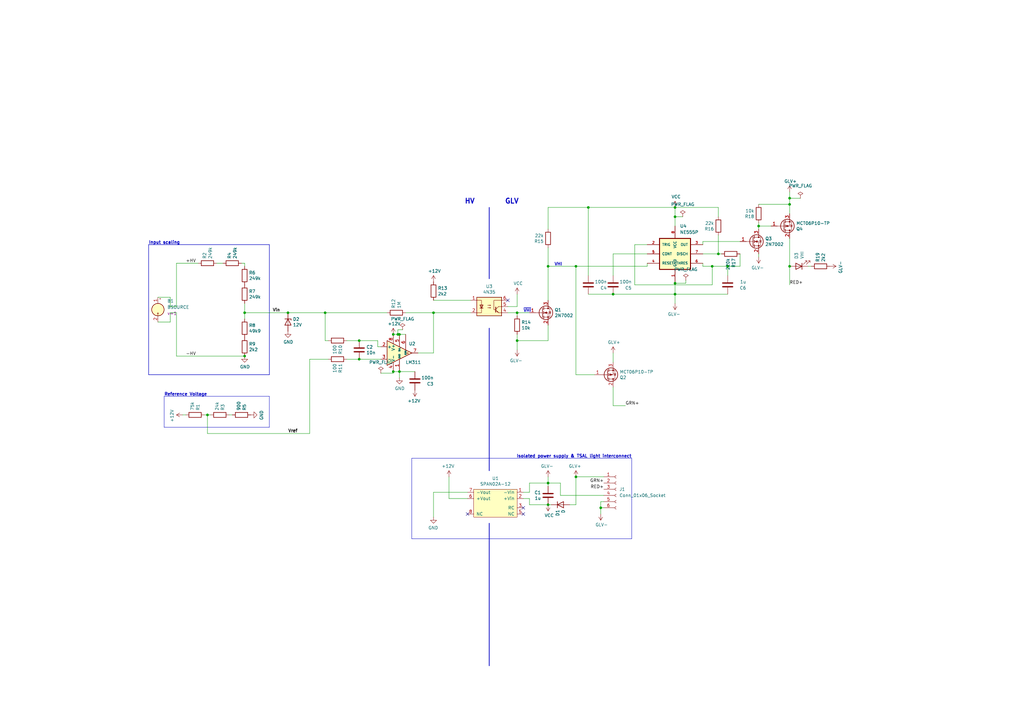
<source format=kicad_sch>
(kicad_sch (version 20230121) (generator eeschema)

  (uuid de91afbb-e085-49e4-8363-27706a49da31)

  (paper "A3")

  (title_block
    (title "TSAL")
    (date "2020-03-11")
    (rev "3.1")
    (company "NU Racing (UoN)")
    (comment 1 "Michael Ruppe")
    (comment 2 "github.com/michaelruppe/FSAE")
  )

  (lib_symbols
    (symbol "Comparator:LM311" (pin_names (offset 0.127)) (in_bom yes) (on_board yes)
      (property "Reference" "U" (at 3.81 6.35 0)
        (effects (font (size 1.27 1.27)) (justify left))
      )
      (property "Value" "LM311" (at 3.81 3.81 0)
        (effects (font (size 1.27 1.27)) (justify left))
      )
      (property "Footprint" "" (at 0 0 0)
        (effects (font (size 1.27 1.27)) hide)
      )
      (property "Datasheet" "https://www.st.com/resource/en/datasheet/lm311.pdf" (at 0 0 0)
        (effects (font (size 1.27 1.27)) hide)
      )
      (property "ki_keywords" "cmp open collector" (at 0 0 0)
        (effects (font (size 1.27 1.27)) hide)
      )
      (property "ki_description" "Voltage Comparator, DIP-8/SOIC-8" (at 0 0 0)
        (effects (font (size 1.27 1.27)) hide)
      )
      (property "ki_fp_filters" "SOIC*3.9x4.9mm*P1.27mm* DIP*W7.62mm*" (at 0 0 0)
        (effects (font (size 1.27 1.27)) hide)
      )
      (symbol "LM311_0_1"
        (polyline
          (pts
            (xy 5.08 0)
            (xy -5.08 5.08)
            (xy -5.08 -5.08)
            (xy 5.08 0)
          )
          (stroke (width 0.254) (type default))
          (fill (type background))
        )
        (polyline
          (pts
            (xy 3.683 -0.381)
            (xy 3.302 -0.381)
            (xy 3.683 0)
            (xy 3.302 0.381)
            (xy 2.921 0)
            (xy 3.302 -0.381)
            (xy 2.921 -0.381)
          )
          (stroke (width 0.127) (type default))
          (fill (type none))
        )
      )
      (symbol "LM311_1_1"
        (pin passive line (at 0 -7.62 90) (length 5.08)
          (name "GND" (effects (font (size 0.635 0.635))))
          (number "1" (effects (font (size 1.27 1.27))))
        )
        (pin input line (at -7.62 2.54 0) (length 2.54)
          (name "+" (effects (font (size 1.27 1.27))))
          (number "2" (effects (font (size 1.27 1.27))))
        )
        (pin input line (at -7.62 -2.54 0) (length 2.54)
          (name "-" (effects (font (size 1.27 1.27))))
          (number "3" (effects (font (size 1.27 1.27))))
        )
        (pin power_in line (at -2.54 -7.62 90) (length 3.81)
          (name "V-" (effects (font (size 1.27 1.27))))
          (number "4" (effects (font (size 1.27 1.27))))
        )
        (pin input line (at 0 7.62 270) (length 5.08)
          (name "BAL" (effects (font (size 0.635 0.635))))
          (number "5" (effects (font (size 1.27 1.27))))
        )
        (pin input line (at 2.54 7.62 270) (length 6.35)
          (name "STRB" (effects (font (size 0.508 0.508))))
          (number "6" (effects (font (size 1.27 1.27))))
        )
        (pin open_collector line (at 7.62 0 180) (length 2.54)
          (name "~" (effects (font (size 1.27 1.27))))
          (number "7" (effects (font (size 1.27 1.27))))
        )
        (pin power_in line (at -2.54 7.62 270) (length 3.81)
          (name "V+" (effects (font (size 1.27 1.27))))
          (number "8" (effects (font (size 1.27 1.27))))
        )
      )
    )
    (symbol "Connector:Conn_01x06_Socket" (pin_names (offset 1.016) hide) (in_bom yes) (on_board yes)
      (property "Reference" "J" (at 0 7.62 0)
        (effects (font (size 1.27 1.27)))
      )
      (property "Value" "Conn_01x06_Socket" (at 0 -10.16 0)
        (effects (font (size 1.27 1.27)))
      )
      (property "Footprint" "" (at 0 0 0)
        (effects (font (size 1.27 1.27)) hide)
      )
      (property "Datasheet" "~" (at 0 0 0)
        (effects (font (size 1.27 1.27)) hide)
      )
      (property "ki_locked" "" (at 0 0 0)
        (effects (font (size 1.27 1.27)))
      )
      (property "ki_keywords" "connector" (at 0 0 0)
        (effects (font (size 1.27 1.27)) hide)
      )
      (property "ki_description" "Generic connector, single row, 01x06, script generated" (at 0 0 0)
        (effects (font (size 1.27 1.27)) hide)
      )
      (property "ki_fp_filters" "Connector*:*_1x??_*" (at 0 0 0)
        (effects (font (size 1.27 1.27)) hide)
      )
      (symbol "Conn_01x06_Socket_1_1"
        (arc (start 0 -7.112) (mid -0.5058 -7.62) (end 0 -8.128)
          (stroke (width 0.1524) (type default))
          (fill (type none))
        )
        (arc (start 0 -4.572) (mid -0.5058 -5.08) (end 0 -5.588)
          (stroke (width 0.1524) (type default))
          (fill (type none))
        )
        (arc (start 0 -2.032) (mid -0.5058 -2.54) (end 0 -3.048)
          (stroke (width 0.1524) (type default))
          (fill (type none))
        )
        (polyline
          (pts
            (xy -1.27 -7.62)
            (xy -0.508 -7.62)
          )
          (stroke (width 0.1524) (type default))
          (fill (type none))
        )
        (polyline
          (pts
            (xy -1.27 -5.08)
            (xy -0.508 -5.08)
          )
          (stroke (width 0.1524) (type default))
          (fill (type none))
        )
        (polyline
          (pts
            (xy -1.27 -2.54)
            (xy -0.508 -2.54)
          )
          (stroke (width 0.1524) (type default))
          (fill (type none))
        )
        (polyline
          (pts
            (xy -1.27 0)
            (xy -0.508 0)
          )
          (stroke (width 0.1524) (type default))
          (fill (type none))
        )
        (polyline
          (pts
            (xy -1.27 2.54)
            (xy -0.508 2.54)
          )
          (stroke (width 0.1524) (type default))
          (fill (type none))
        )
        (polyline
          (pts
            (xy -1.27 5.08)
            (xy -0.508 5.08)
          )
          (stroke (width 0.1524) (type default))
          (fill (type none))
        )
        (arc (start 0 0.508) (mid -0.5058 0) (end 0 -0.508)
          (stroke (width 0.1524) (type default))
          (fill (type none))
        )
        (arc (start 0 3.048) (mid -0.5058 2.54) (end 0 2.032)
          (stroke (width 0.1524) (type default))
          (fill (type none))
        )
        (arc (start 0 5.588) (mid -0.5058 5.08) (end 0 4.572)
          (stroke (width 0.1524) (type default))
          (fill (type none))
        )
        (pin passive line (at -5.08 5.08 0) (length 3.81)
          (name "Pin_1" (effects (font (size 1.27 1.27))))
          (number "1" (effects (font (size 1.27 1.27))))
        )
        (pin passive line (at -5.08 2.54 0) (length 3.81)
          (name "Pin_2" (effects (font (size 1.27 1.27))))
          (number "2" (effects (font (size 1.27 1.27))))
        )
        (pin passive line (at -5.08 0 0) (length 3.81)
          (name "Pin_3" (effects (font (size 1.27 1.27))))
          (number "3" (effects (font (size 1.27 1.27))))
        )
        (pin passive line (at -5.08 -2.54 0) (length 3.81)
          (name "Pin_4" (effects (font (size 1.27 1.27))))
          (number "4" (effects (font (size 1.27 1.27))))
        )
        (pin passive line (at -5.08 -5.08 0) (length 3.81)
          (name "Pin_5" (effects (font (size 1.27 1.27))))
          (number "5" (effects (font (size 1.27 1.27))))
        )
        (pin passive line (at -5.08 -7.62 0) (length 3.81)
          (name "Pin_6" (effects (font (size 1.27 1.27))))
          (number "6" (effects (font (size 1.27 1.27))))
        )
      )
    )
    (symbol "Device:C" (pin_numbers hide) (pin_names (offset 0.254)) (in_bom yes) (on_board yes)
      (property "Reference" "C" (at 0.635 2.54 0)
        (effects (font (size 1.27 1.27)) (justify left))
      )
      (property "Value" "C" (at 0.635 -2.54 0)
        (effects (font (size 1.27 1.27)) (justify left))
      )
      (property "Footprint" "" (at 0.9652 -3.81 0)
        (effects (font (size 1.27 1.27)) hide)
      )
      (property "Datasheet" "~" (at 0 0 0)
        (effects (font (size 1.27 1.27)) hide)
      )
      (property "ki_keywords" "cap capacitor" (at 0 0 0)
        (effects (font (size 1.27 1.27)) hide)
      )
      (property "ki_description" "Unpolarized capacitor" (at 0 0 0)
        (effects (font (size 1.27 1.27)) hide)
      )
      (property "ki_fp_filters" "C_*" (at 0 0 0)
        (effects (font (size 1.27 1.27)) hide)
      )
      (symbol "C_0_1"
        (polyline
          (pts
            (xy -2.032 -0.762)
            (xy 2.032 -0.762)
          )
          (stroke (width 0.508) (type default))
          (fill (type none))
        )
        (polyline
          (pts
            (xy -2.032 0.762)
            (xy 2.032 0.762)
          )
          (stroke (width 0.508) (type default))
          (fill (type none))
        )
      )
      (symbol "C_1_1"
        (pin passive line (at 0 3.81 270) (length 2.794)
          (name "~" (effects (font (size 1.27 1.27))))
          (number "1" (effects (font (size 1.27 1.27))))
        )
        (pin passive line (at 0 -3.81 90) (length 2.794)
          (name "~" (effects (font (size 1.27 1.27))))
          (number "2" (effects (font (size 1.27 1.27))))
        )
      )
    )
    (symbol "Device:D" (pin_numbers hide) (pin_names (offset 1.016) hide) (in_bom yes) (on_board yes)
      (property "Reference" "D" (at 0 2.54 0)
        (effects (font (size 1.27 1.27)))
      )
      (property "Value" "D" (at 0 -2.54 0)
        (effects (font (size 1.27 1.27)))
      )
      (property "Footprint" "" (at 0 0 0)
        (effects (font (size 1.27 1.27)) hide)
      )
      (property "Datasheet" "~" (at 0 0 0)
        (effects (font (size 1.27 1.27)) hide)
      )
      (property "Sim.Device" "D" (at 0 0 0)
        (effects (font (size 1.27 1.27)) hide)
      )
      (property "Sim.Pins" "1=K 2=A" (at 0 0 0)
        (effects (font (size 1.27 1.27)) hide)
      )
      (property "ki_keywords" "diode" (at 0 0 0)
        (effects (font (size 1.27 1.27)) hide)
      )
      (property "ki_description" "Diode" (at 0 0 0)
        (effects (font (size 1.27 1.27)) hide)
      )
      (property "ki_fp_filters" "TO-???* *_Diode_* *SingleDiode* D_*" (at 0 0 0)
        (effects (font (size 1.27 1.27)) hide)
      )
      (symbol "D_0_1"
        (polyline
          (pts
            (xy -1.27 1.27)
            (xy -1.27 -1.27)
          )
          (stroke (width 0.254) (type default))
          (fill (type none))
        )
        (polyline
          (pts
            (xy 1.27 0)
            (xy -1.27 0)
          )
          (stroke (width 0) (type default))
          (fill (type none))
        )
        (polyline
          (pts
            (xy 1.27 1.27)
            (xy 1.27 -1.27)
            (xy -1.27 0)
            (xy 1.27 1.27)
          )
          (stroke (width 0.254) (type default))
          (fill (type none))
        )
      )
      (symbol "D_1_1"
        (pin passive line (at -3.81 0 0) (length 2.54)
          (name "K" (effects (font (size 1.27 1.27))))
          (number "1" (effects (font (size 1.27 1.27))))
        )
        (pin passive line (at 3.81 0 180) (length 2.54)
          (name "A" (effects (font (size 1.27 1.27))))
          (number "2" (effects (font (size 1.27 1.27))))
        )
      )
    )
    (symbol "Device:D_Zener" (pin_numbers hide) (pin_names (offset 1.016) hide) (in_bom yes) (on_board yes)
      (property "Reference" "D" (at 0 2.54 0)
        (effects (font (size 1.27 1.27)))
      )
      (property "Value" "D_Zener" (at 0 -2.54 0)
        (effects (font (size 1.27 1.27)))
      )
      (property "Footprint" "" (at 0 0 0)
        (effects (font (size 1.27 1.27)) hide)
      )
      (property "Datasheet" "~" (at 0 0 0)
        (effects (font (size 1.27 1.27)) hide)
      )
      (property "ki_keywords" "diode" (at 0 0 0)
        (effects (font (size 1.27 1.27)) hide)
      )
      (property "ki_description" "Zener diode" (at 0 0 0)
        (effects (font (size 1.27 1.27)) hide)
      )
      (property "ki_fp_filters" "TO-???* *_Diode_* *SingleDiode* D_*" (at 0 0 0)
        (effects (font (size 1.27 1.27)) hide)
      )
      (symbol "D_Zener_0_1"
        (polyline
          (pts
            (xy 1.27 0)
            (xy -1.27 0)
          )
          (stroke (width 0) (type default))
          (fill (type none))
        )
        (polyline
          (pts
            (xy -1.27 -1.27)
            (xy -1.27 1.27)
            (xy -0.762 1.27)
          )
          (stroke (width 0.254) (type default))
          (fill (type none))
        )
        (polyline
          (pts
            (xy 1.27 -1.27)
            (xy 1.27 1.27)
            (xy -1.27 0)
            (xy 1.27 -1.27)
          )
          (stroke (width 0.254) (type default))
          (fill (type none))
        )
      )
      (symbol "D_Zener_1_1"
        (pin passive line (at -3.81 0 0) (length 2.54)
          (name "K" (effects (font (size 1.27 1.27))))
          (number "1" (effects (font (size 1.27 1.27))))
        )
        (pin passive line (at 3.81 0 180) (length 2.54)
          (name "A" (effects (font (size 1.27 1.27))))
          (number "2" (effects (font (size 1.27 1.27))))
        )
      )
    )
    (symbol "Device:LED" (pin_numbers hide) (pin_names (offset 1.016) hide) (in_bom yes) (on_board yes)
      (property "Reference" "D" (at 0 2.54 0)
        (effects (font (size 1.27 1.27)))
      )
      (property "Value" "LED" (at 0 -2.54 0)
        (effects (font (size 1.27 1.27)))
      )
      (property "Footprint" "" (at 0 0 0)
        (effects (font (size 1.27 1.27)) hide)
      )
      (property "Datasheet" "~" (at 0 0 0)
        (effects (font (size 1.27 1.27)) hide)
      )
      (property "ki_keywords" "LED diode" (at 0 0 0)
        (effects (font (size 1.27 1.27)) hide)
      )
      (property "ki_description" "Light emitting diode" (at 0 0 0)
        (effects (font (size 1.27 1.27)) hide)
      )
      (property "ki_fp_filters" "LED* LED_SMD:* LED_THT:*" (at 0 0 0)
        (effects (font (size 1.27 1.27)) hide)
      )
      (symbol "LED_0_1"
        (polyline
          (pts
            (xy -1.27 -1.27)
            (xy -1.27 1.27)
          )
          (stroke (width 0.254) (type default))
          (fill (type none))
        )
        (polyline
          (pts
            (xy -1.27 0)
            (xy 1.27 0)
          )
          (stroke (width 0) (type default))
          (fill (type none))
        )
        (polyline
          (pts
            (xy 1.27 -1.27)
            (xy 1.27 1.27)
            (xy -1.27 0)
            (xy 1.27 -1.27)
          )
          (stroke (width 0.254) (type default))
          (fill (type none))
        )
        (polyline
          (pts
            (xy -3.048 -0.762)
            (xy -4.572 -2.286)
            (xy -3.81 -2.286)
            (xy -4.572 -2.286)
            (xy -4.572 -1.524)
          )
          (stroke (width 0) (type default))
          (fill (type none))
        )
        (polyline
          (pts
            (xy -1.778 -0.762)
            (xy -3.302 -2.286)
            (xy -2.54 -2.286)
            (xy -3.302 -2.286)
            (xy -3.302 -1.524)
          )
          (stroke (width 0) (type default))
          (fill (type none))
        )
      )
      (symbol "LED_1_1"
        (pin passive line (at -3.81 0 0) (length 2.54)
          (name "K" (effects (font (size 1.27 1.27))))
          (number "1" (effects (font (size 1.27 1.27))))
        )
        (pin passive line (at 3.81 0 180) (length 2.54)
          (name "A" (effects (font (size 1.27 1.27))))
          (number "2" (effects (font (size 1.27 1.27))))
        )
      )
    )
    (symbol "Device:Q_PMOS_GDS" (pin_names (offset 0) hide) (in_bom yes) (on_board yes)
      (property "Reference" "Q" (at 5.08 1.27 0)
        (effects (font (size 1.27 1.27)) (justify left))
      )
      (property "Value" "Q_PMOS_GDS" (at 5.08 -1.27 0)
        (effects (font (size 1.27 1.27)) (justify left))
      )
      (property "Footprint" "" (at 5.08 2.54 0)
        (effects (font (size 1.27 1.27)) hide)
      )
      (property "Datasheet" "~" (at 0 0 0)
        (effects (font (size 1.27 1.27)) hide)
      )
      (property "ki_keywords" "transistor PMOS P-MOS P-MOSFET" (at 0 0 0)
        (effects (font (size 1.27 1.27)) hide)
      )
      (property "ki_description" "P-MOSFET transistor, gate/drain/source" (at 0 0 0)
        (effects (font (size 1.27 1.27)) hide)
      )
      (symbol "Q_PMOS_GDS_0_1"
        (polyline
          (pts
            (xy 0.254 0)
            (xy -2.54 0)
          )
          (stroke (width 0) (type default))
          (fill (type none))
        )
        (polyline
          (pts
            (xy 0.254 1.905)
            (xy 0.254 -1.905)
          )
          (stroke (width 0.254) (type default))
          (fill (type none))
        )
        (polyline
          (pts
            (xy 0.762 -1.27)
            (xy 0.762 -2.286)
          )
          (stroke (width 0.254) (type default))
          (fill (type none))
        )
        (polyline
          (pts
            (xy 0.762 0.508)
            (xy 0.762 -0.508)
          )
          (stroke (width 0.254) (type default))
          (fill (type none))
        )
        (polyline
          (pts
            (xy 0.762 2.286)
            (xy 0.762 1.27)
          )
          (stroke (width 0.254) (type default))
          (fill (type none))
        )
        (polyline
          (pts
            (xy 2.54 2.54)
            (xy 2.54 1.778)
          )
          (stroke (width 0) (type default))
          (fill (type none))
        )
        (polyline
          (pts
            (xy 2.54 -2.54)
            (xy 2.54 0)
            (xy 0.762 0)
          )
          (stroke (width 0) (type default))
          (fill (type none))
        )
        (polyline
          (pts
            (xy 0.762 1.778)
            (xy 3.302 1.778)
            (xy 3.302 -1.778)
            (xy 0.762 -1.778)
          )
          (stroke (width 0) (type default))
          (fill (type none))
        )
        (polyline
          (pts
            (xy 2.286 0)
            (xy 1.27 0.381)
            (xy 1.27 -0.381)
            (xy 2.286 0)
          )
          (stroke (width 0) (type default))
          (fill (type outline))
        )
        (polyline
          (pts
            (xy 2.794 -0.508)
            (xy 2.921 -0.381)
            (xy 3.683 -0.381)
            (xy 3.81 -0.254)
          )
          (stroke (width 0) (type default))
          (fill (type none))
        )
        (polyline
          (pts
            (xy 3.302 -0.381)
            (xy 2.921 0.254)
            (xy 3.683 0.254)
            (xy 3.302 -0.381)
          )
          (stroke (width 0) (type default))
          (fill (type none))
        )
        (circle (center 1.651 0) (radius 2.794)
          (stroke (width 0.254) (type default))
          (fill (type none))
        )
        (circle (center 2.54 -1.778) (radius 0.254)
          (stroke (width 0) (type default))
          (fill (type outline))
        )
        (circle (center 2.54 1.778) (radius 0.254)
          (stroke (width 0) (type default))
          (fill (type outline))
        )
      )
      (symbol "Q_PMOS_GDS_1_1"
        (pin input line (at -5.08 0 0) (length 2.54)
          (name "G" (effects (font (size 1.27 1.27))))
          (number "1" (effects (font (size 1.27 1.27))))
        )
        (pin passive line (at 2.54 5.08 270) (length 2.54)
          (name "D" (effects (font (size 1.27 1.27))))
          (number "2" (effects (font (size 1.27 1.27))))
        )
        (pin passive line (at 2.54 -5.08 90) (length 2.54)
          (name "S" (effects (font (size 1.27 1.27))))
          (number "3" (effects (font (size 1.27 1.27))))
        )
      )
    )
    (symbol "Device:R" (pin_numbers hide) (pin_names (offset 0)) (in_bom yes) (on_board yes)
      (property "Reference" "R" (at 2.032 0 90)
        (effects (font (size 1.27 1.27)))
      )
      (property "Value" "R" (at 0 0 90)
        (effects (font (size 1.27 1.27)))
      )
      (property "Footprint" "" (at -1.778 0 90)
        (effects (font (size 1.27 1.27)) hide)
      )
      (property "Datasheet" "~" (at 0 0 0)
        (effects (font (size 1.27 1.27)) hide)
      )
      (property "ki_keywords" "R res resistor" (at 0 0 0)
        (effects (font (size 1.27 1.27)) hide)
      )
      (property "ki_description" "Resistor" (at 0 0 0)
        (effects (font (size 1.27 1.27)) hide)
      )
      (property "ki_fp_filters" "R_*" (at 0 0 0)
        (effects (font (size 1.27 1.27)) hide)
      )
      (symbol "R_0_1"
        (rectangle (start -1.016 -2.54) (end 1.016 2.54)
          (stroke (width 0.254) (type default))
          (fill (type none))
        )
      )
      (symbol "R_1_1"
        (pin passive line (at 0 3.81 270) (length 1.27)
          (name "~" (effects (font (size 1.27 1.27))))
          (number "1" (effects (font (size 1.27 1.27))))
        )
        (pin passive line (at 0 -3.81 90) (length 1.27)
          (name "~" (effects (font (size 1.27 1.27))))
          (number "2" (effects (font (size 1.27 1.27))))
        )
      )
    )
    (symbol "Isolator:4N35" (pin_names (offset 1.016)) (in_bom yes) (on_board yes)
      (property "Reference" "U" (at -5.08 5.08 0)
        (effects (font (size 1.27 1.27)) (justify left))
      )
      (property "Value" "4N35" (at 0 5.08 0)
        (effects (font (size 1.27 1.27)) (justify left))
      )
      (property "Footprint" "Package_DIP:DIP-6_W7.62mm" (at -5.08 -5.08 0)
        (effects (font (size 1.27 1.27) italic) (justify left) hide)
      )
      (property "Datasheet" "https://www.vishay.com/docs/81181/4n35.pdf" (at 0 0 0)
        (effects (font (size 1.27 1.27)) (justify left) hide)
      )
      (property "ki_keywords" "NPN DC Optocoupler Base Connected" (at 0 0 0)
        (effects (font (size 1.27 1.27)) hide)
      )
      (property "ki_description" "Optocoupler, Phototransistor Output, with Base Connection, Vce 70V, CTR 100%, Viso 5000V, DIP6" (at 0 0 0)
        (effects (font (size 1.27 1.27)) hide)
      )
      (property "ki_fp_filters" "DIP*W7.62mm*" (at 0 0 0)
        (effects (font (size 1.27 1.27)) hide)
      )
      (symbol "4N35_0_1"
        (rectangle (start -5.08 3.81) (end 5.08 -3.81)
          (stroke (width 0.254) (type default))
          (fill (type background))
        )
        (polyline
          (pts
            (xy -3.81 -0.635)
            (xy -2.54 -0.635)
          )
          (stroke (width 0.254) (type default))
          (fill (type none))
        )
        (polyline
          (pts
            (xy 2.667 -1.397)
            (xy 3.81 -2.54)
          )
          (stroke (width 0) (type default))
          (fill (type none))
        )
        (polyline
          (pts
            (xy 2.667 -1.143)
            (xy 3.81 0)
          )
          (stroke (width 0) (type default))
          (fill (type none))
        )
        (polyline
          (pts
            (xy 3.81 -2.54)
            (xy 5.08 -2.54)
          )
          (stroke (width 0) (type default))
          (fill (type none))
        )
        (polyline
          (pts
            (xy 3.81 0)
            (xy 5.08 0)
          )
          (stroke (width 0) (type default))
          (fill (type none))
        )
        (polyline
          (pts
            (xy 2.667 -0.254)
            (xy 2.667 -2.286)
            (xy 2.667 -2.286)
          )
          (stroke (width 0.3556) (type default))
          (fill (type none))
        )
        (polyline
          (pts
            (xy -5.08 -2.54)
            (xy -3.175 -2.54)
            (xy -3.175 2.54)
            (xy -5.08 2.54)
          )
          (stroke (width 0) (type default))
          (fill (type none))
        )
        (polyline
          (pts
            (xy -3.175 -0.635)
            (xy -3.81 0.635)
            (xy -2.54 0.635)
            (xy -3.175 -0.635)
          )
          (stroke (width 0.254) (type default))
          (fill (type none))
        )
        (polyline
          (pts
            (xy 3.683 -2.413)
            (xy 3.429 -1.905)
            (xy 3.175 -2.159)
            (xy 3.683 -2.413)
          )
          (stroke (width 0) (type default))
          (fill (type none))
        )
        (polyline
          (pts
            (xy 5.08 2.54)
            (xy 1.905 2.54)
            (xy 1.905 -1.27)
            (xy 2.54 -1.27)
          )
          (stroke (width 0) (type default))
          (fill (type none))
        )
        (polyline
          (pts
            (xy -0.635 -0.508)
            (xy 0.635 -0.508)
            (xy 0.254 -0.635)
            (xy 0.254 -0.381)
            (xy 0.635 -0.508)
          )
          (stroke (width 0) (type default))
          (fill (type none))
        )
        (polyline
          (pts
            (xy -0.635 0.508)
            (xy 0.635 0.508)
            (xy 0.254 0.381)
            (xy 0.254 0.635)
            (xy 0.635 0.508)
          )
          (stroke (width 0) (type default))
          (fill (type none))
        )
      )
      (symbol "4N35_1_1"
        (pin passive line (at -7.62 2.54 0) (length 2.54)
          (name "~" (effects (font (size 1.27 1.27))))
          (number "1" (effects (font (size 1.27 1.27))))
        )
        (pin passive line (at -7.62 -2.54 0) (length 2.54)
          (name "~" (effects (font (size 1.27 1.27))))
          (number "2" (effects (font (size 1.27 1.27))))
        )
        (pin no_connect line (at -5.08 0 0) (length 2.54) hide
          (name "NC" (effects (font (size 1.27 1.27))))
          (number "3" (effects (font (size 1.27 1.27))))
        )
        (pin passive line (at 7.62 -2.54 180) (length 2.54)
          (name "~" (effects (font (size 1.27 1.27))))
          (number "4" (effects (font (size 1.27 1.27))))
        )
        (pin passive line (at 7.62 0 180) (length 2.54)
          (name "~" (effects (font (size 1.27 1.27))))
          (number "5" (effects (font (size 1.27 1.27))))
        )
        (pin passive line (at 7.62 2.54 180) (length 2.54)
          (name "~" (effects (font (size 1.27 1.27))))
          (number "6" (effects (font (size 1.27 1.27))))
        )
      )
    )
    (symbol "New_Library:NE555P" (pin_names (offset 1.016)) (in_bom yes) (on_board yes)
      (property "Reference" "U" (at -1.27 21.32 0)
        (effects (font (size 1.27 1.27)) (justify left bottom))
      )
      (property "Value" "NE555P" (at -12.7 -16.7 0)
        (effects (font (size 1.27 1.27)) (justify left bottom))
      )
      (property "Footprint" "NE555P:DIP794W45P254L959H508Q8" (at 17.78 -21.59 0)
        (effects (font (size 1.27 1.27)) (justify bottom) hide)
      )
      (property "Datasheet" "" (at 11.43 7.62 0)
        (effects (font (size 1.27 1.27)) hide)
      )
      (property "MF" "Texas Instruments" (at 13.97 -20.32 0)
        (effects (font (size 1.27 1.27)) (justify bottom) hide)
      )
      (property "Description" "\nSingle Precision Timer\n" (at 5.08 -17.78 0)
        (effects (font (size 1.27 1.27)) (justify bottom) hide)
      )
      (property "Package" "PDIP-8 Texas" (at 11.43 -19.05 0)
        (effects (font (size 1.27 1.27)) (justify bottom) hide)
      )
      (property "Price" "None" (at 16.51 -16.51 0)
        (effects (font (size 1.27 1.27)) (justify bottom) hide)
      )
      (property "SnapEDA_Link" "https://www.snapeda.com/parts/NE555P/Texas+Instruments/view-part/?ref=snap" (at 1.27 -21.59 0)
        (effects (font (size 1.27 1.27)) (justify bottom) hide)
      )
      (property "MP" "NE555P" (at 20.32 -15.24 0)
        (effects (font (size 1.27 1.27)) (justify bottom) hide)
      )
      (property "Purchase-URL" "https://www.snapeda.com/api/url_track_click_mouser/?unipart_id=51275&manufacturer=Texas Instruments&part_name=NE555P&search_term=None" (at 1.27 -16.51 0)
        (effects (font (size 1.27 1.27)) (justify bottom) hide)
      )
      (property "Availability" "In Stock" (at 21.59 -19.05 0)
        (effects (font (size 1.27 1.27)) (justify bottom) hide)
      )
      (property "Check_prices" "https://www.snapeda.com/parts/NE555P/Texas+Instruments/view-part/?ref=eda" (at 0 -17.78 0)
        (effects (font (size 1.27 1.27)) (justify bottom) hide)
      )
      (symbol "NE555P_0_0"
        (pin output line (at 24.13 16.51 180) (length 5.08)
          (name "OUT" (effects (font (size 1.016 1.016))))
          (number "3" (effects (font (size 1.016 1.016))))
        )
      )
      (symbol "NE555P_1_0"
        (rectangle (start 6.35 19.05) (end 19.05 6.35)
          (stroke (width 0.41) (type default))
          (fill (type background))
        )
        (pin power_in line (at 12.7 1.27 90) (length 5.08)
          (name "GND" (effects (font (size 1.016 1.016))))
          (number "1" (effects (font (size 1.016 1.016))))
        )
        (pin input line (at 1.27 16.51 0) (length 5.08)
          (name "TRIG" (effects (font (size 1.016 1.016))))
          (number "2" (effects (font (size 1.016 1.016))))
        )
        (pin input line (at 1.27 8.89 0) (length 5.08)
          (name "RESET" (effects (font (size 1.016 1.016))))
          (number "4" (effects (font (size 1.016 1.016))))
        )
        (pin input line (at 1.27 12.7 0) (length 5.08)
          (name "CONT" (effects (font (size 1.016 1.016))))
          (number "5" (effects (font (size 1.016 1.016))))
        )
        (pin input line (at 24.13 8.89 180) (length 5.08)
          (name "THRES" (effects (font (size 1.016 1.016))))
          (number "6" (effects (font (size 1.016 1.016))))
        )
        (pin output line (at 24.13 12.7 180) (length 5.08)
          (name "DISCH" (effects (font (size 1.016 1.016))))
          (number "7" (effects (font (size 1.016 1.016))))
        )
        (pin power_in line (at 12.7 24.13 270) (length 5.08)
          (name "VCC" (effects (font (size 1.016 1.016))))
          (number "8" (effects (font (size 1.016 1.016))))
        )
      )
    )
    (symbol "Simulation_SPICE:BSOURCE" (pin_names (offset 1.016) hide) (in_bom yes) (on_board yes)
      (property "Reference" "B" (at 2.54 2.54 0)
        (effects (font (size 1.27 1.27)) (justify left))
      )
      (property "Value" "BSOURCE" (at 2.54 0 0)
        (effects (font (size 1.27 1.27)) (justify left))
      )
      (property "Footprint" "" (at 0 0 0)
        (effects (font (size 1.27 1.27)) hide)
      )
      (property "Datasheet" "https://ngspice.sourceforge.io/docs.html" (at 0 -16.51 0)
        (effects (font (size 1.27 1.27)) hide)
      )
      (property "Sim.Device" "V" (at 0 0 0)
        (effects (font (size 1.27 1.27)) hide)
      )
      (property "Sim.Type" "=" (at 0 0 0)
        (effects (font (size 1.27 1.27)) hide)
      )
      (property "Sim.Pins" "1=+ 2=-" (at 0 0 0)
        (effects (font (size 1.27 1.27)) hide)
      )
      (property "Sim.Params" "v=1" (at 2.54 -2.54 0)
        (effects (font (size 1.27 1.27)) (justify left))
      )
      (property "ki_keywords" "simulation" (at 0 0 0)
        (effects (font (size 1.27 1.27)) hide)
      )
      (property "ki_description" "Arbitrary behavioral voltage or current source" (at 0 0 0)
        (effects (font (size 1.27 1.27)) hide)
      )
      (symbol "BSOURCE_0_1"
        (polyline
          (pts
            (xy 0 -1.27)
            (xy 0 -2.286)
          )
          (stroke (width 0) (type default))
          (fill (type none))
        )
        (polyline
          (pts
            (xy 0.254 -1.778)
            (xy 0 -1.27)
            (xy -0.254 -1.778)
          )
          (stroke (width 0) (type default))
          (fill (type none))
        )
        (circle (center 0 0) (radius 2.54)
          (stroke (width 0.254) (type default))
          (fill (type background))
        )
      )
      (symbol "BSOURCE_1_1"
        (polyline
          (pts
            (xy 0.635 4.445)
            (xy 1.143 4.445)
          )
          (stroke (width 0) (type default))
          (fill (type none))
        )
        (polyline
          (pts
            (xy 0.889 4.699)
            (xy 0.889 4.191)
          )
          (stroke (width 0) (type default))
          (fill (type none))
        )
        (pin passive line (at 0 5.08 270) (length 2.54)
          (name "N+" (effects (font (size 1.27 1.27))))
          (number "1" (effects (font (size 1.27 1.27))))
        )
        (pin passive line (at 0 -5.08 90) (length 2.54)
          (name "N-" (effects (font (size 1.27 1.27))))
          (number "2" (effects (font (size 1.27 1.27))))
        )
      )
    )
    (symbol "TSAL-HVM:SPAN02A-12" (pin_names (offset 1.016)) (in_bom yes) (on_board yes)
      (property "Reference" "U" (at -7.62 6.35 0)
        (effects (font (size 1.27 1.27)))
      )
      (property "Value" "SPAN02A-12" (at 0 -7.62 0)
        (effects (font (size 1.27 1.27)))
      )
      (property "Footprint" "" (at 1.27 0 0)
        (effects (font (size 1.27 1.27)) hide)
      )
      (property "Datasheet" "" (at 1.27 0 0)
        (effects (font (size 1.27 1.27)) hide)
      )
      (symbol "SPAN02A-12_0_1"
        (rectangle (start 8.89 -6.35) (end -8.89 5.08)
          (stroke (width 0) (type solid))
          (fill (type background))
        )
      )
      (symbol "SPAN02A-12_1_1"
        (pin input line (at -11.43 3.81 0) (length 2.54)
          (name "-Vin" (effects (font (size 1.27 1.27))))
          (number "1" (effects (font (size 1.27 1.27))))
        )
        (pin input line (at -11.43 1.27 0) (length 2.54)
          (name "+Vin" (effects (font (size 1.27 1.27))))
          (number "2" (effects (font (size 1.27 1.27))))
        )
        (pin input line (at -11.43 -2.54 0) (length 2.54)
          (name "RC" (effects (font (size 1.27 1.27))))
          (number "3" (effects (font (size 1.27 1.27))))
        )
        (pin input line (at -11.43 -5.08 0) (length 2.54)
          (name "NC" (effects (font (size 1.27 1.27))))
          (number "5" (effects (font (size 1.27 1.27))))
        )
        (pin input line (at 11.43 1.27 180) (length 2.54)
          (name "+Vout" (effects (font (size 1.27 1.27))))
          (number "6" (effects (font (size 1.27 1.27))))
        )
        (pin input line (at 11.43 3.81 180) (length 2.54)
          (name "-Vout" (effects (font (size 1.27 1.27))))
          (number "7" (effects (font (size 1.27 1.27))))
        )
        (pin input line (at 11.43 -5.08 180) (length 2.54)
          (name "NC" (effects (font (size 1.27 1.27))))
          (number "8" (effects (font (size 1.27 1.27))))
        )
      )
    )
    (symbol "Transistor_FET:2N7002" (pin_names hide) (in_bom yes) (on_board yes)
      (property "Reference" "Q" (at 5.08 1.905 0)
        (effects (font (size 1.27 1.27)) (justify left))
      )
      (property "Value" "2N7002" (at 5.08 0 0)
        (effects (font (size 1.27 1.27)) (justify left))
      )
      (property "Footprint" "Package_TO_SOT_SMD:SOT-23" (at 5.08 -1.905 0)
        (effects (font (size 1.27 1.27) italic) (justify left) hide)
      )
      (property "Datasheet" "https://www.onsemi.com/pub/Collateral/NDS7002A-D.PDF" (at 0 0 0)
        (effects (font (size 1.27 1.27)) (justify left) hide)
      )
      (property "ki_keywords" "N-Channel Switching MOSFET" (at 0 0 0)
        (effects (font (size 1.27 1.27)) hide)
      )
      (property "ki_description" "0.115A Id, 60V Vds, N-Channel MOSFET, SOT-23" (at 0 0 0)
        (effects (font (size 1.27 1.27)) hide)
      )
      (property "ki_fp_filters" "SOT?23*" (at 0 0 0)
        (effects (font (size 1.27 1.27)) hide)
      )
      (symbol "2N7002_0_1"
        (polyline
          (pts
            (xy 0.254 0)
            (xy -2.54 0)
          )
          (stroke (width 0) (type default))
          (fill (type none))
        )
        (polyline
          (pts
            (xy 0.254 1.905)
            (xy 0.254 -1.905)
          )
          (stroke (width 0.254) (type default))
          (fill (type none))
        )
        (polyline
          (pts
            (xy 0.762 -1.27)
            (xy 0.762 -2.286)
          )
          (stroke (width 0.254) (type default))
          (fill (type none))
        )
        (polyline
          (pts
            (xy 0.762 0.508)
            (xy 0.762 -0.508)
          )
          (stroke (width 0.254) (type default))
          (fill (type none))
        )
        (polyline
          (pts
            (xy 0.762 2.286)
            (xy 0.762 1.27)
          )
          (stroke (width 0.254) (type default))
          (fill (type none))
        )
        (polyline
          (pts
            (xy 2.54 2.54)
            (xy 2.54 1.778)
          )
          (stroke (width 0) (type default))
          (fill (type none))
        )
        (polyline
          (pts
            (xy 2.54 -2.54)
            (xy 2.54 0)
            (xy 0.762 0)
          )
          (stroke (width 0) (type default))
          (fill (type none))
        )
        (polyline
          (pts
            (xy 0.762 -1.778)
            (xy 3.302 -1.778)
            (xy 3.302 1.778)
            (xy 0.762 1.778)
          )
          (stroke (width 0) (type default))
          (fill (type none))
        )
        (polyline
          (pts
            (xy 1.016 0)
            (xy 2.032 0.381)
            (xy 2.032 -0.381)
            (xy 1.016 0)
          )
          (stroke (width 0) (type default))
          (fill (type outline))
        )
        (polyline
          (pts
            (xy 2.794 0.508)
            (xy 2.921 0.381)
            (xy 3.683 0.381)
            (xy 3.81 0.254)
          )
          (stroke (width 0) (type default))
          (fill (type none))
        )
        (polyline
          (pts
            (xy 3.302 0.381)
            (xy 2.921 -0.254)
            (xy 3.683 -0.254)
            (xy 3.302 0.381)
          )
          (stroke (width 0) (type default))
          (fill (type none))
        )
        (circle (center 1.651 0) (radius 2.794)
          (stroke (width 0.254) (type default))
          (fill (type none))
        )
        (circle (center 2.54 -1.778) (radius 0.254)
          (stroke (width 0) (type default))
          (fill (type outline))
        )
        (circle (center 2.54 1.778) (radius 0.254)
          (stroke (width 0) (type default))
          (fill (type outline))
        )
      )
      (symbol "2N7002_1_1"
        (pin input line (at -5.08 0 0) (length 2.54)
          (name "G" (effects (font (size 1.27 1.27))))
          (number "1" (effects (font (size 1.27 1.27))))
        )
        (pin passive line (at 2.54 -5.08 90) (length 2.54)
          (name "S" (effects (font (size 1.27 1.27))))
          (number "2" (effects (font (size 1.27 1.27))))
        )
        (pin passive line (at 2.54 5.08 270) (length 2.54)
          (name "D" (effects (font (size 1.27 1.27))))
          (number "3" (effects (font (size 1.27 1.27))))
        )
      )
    )
    (symbol "power-symbol-library:GLV+" (power) (pin_names (offset 0)) (in_bom yes) (on_board yes)
      (property "Reference" "#PWR" (at -3.81 -5.08 0)
        (effects (font (size 1.27 1.27)) hide)
      )
      (property "Value" "GLV+" (at 0 3.81 0)
        (effects (font (size 1.27 1.27)))
      )
      (property "Footprint" "" (at 0 0 0)
        (effects (font (size 1.27 1.27)) hide)
      )
      (property "Datasheet" "" (at 0 0 0)
        (effects (font (size 1.27 1.27)) hide)
      )
      (symbol "GLV+_0_1"
        (polyline
          (pts
            (xy -0.762 1.27)
            (xy 0 2.54)
          )
          (stroke (width 0) (type solid))
          (fill (type none))
        )
        (polyline
          (pts
            (xy 0 0)
            (xy 0 2.54)
          )
          (stroke (width 0) (type solid))
          (fill (type none))
        )
        (polyline
          (pts
            (xy 0 2.54)
            (xy 0.762 1.27)
          )
          (stroke (width 0) (type solid))
          (fill (type none))
        )
      )
      (symbol "GLV+_1_1"
        (pin power_in line (at 0 0 90) (length 0) hide
          (name "GLV+" (effects (font (size 1.27 1.27))))
          (number "1" (effects (font (size 1.27 1.27))))
        )
      )
    )
    (symbol "power-symbol-library:GLV-" (power) (pin_names (offset 0)) (in_bom yes) (on_board yes)
      (property "Reference" "#PWR" (at 0 -3.81 0)
        (effects (font (size 1.27 1.27)) hide)
      )
      (property "Value" "GLV-" (at 0 3.81 0)
        (effects (font (size 1.27 1.27)))
      )
      (property "Footprint" "" (at 0 0 0)
        (effects (font (size 1.27 1.27)) hide)
      )
      (property "Datasheet" "" (at 0 0 0)
        (effects (font (size 1.27 1.27)) hide)
      )
      (symbol "GLV-_0_1"
        (polyline
          (pts
            (xy -0.762 1.27)
            (xy 0 2.54)
          )
          (stroke (width 0) (type solid))
          (fill (type none))
        )
        (polyline
          (pts
            (xy 0 0)
            (xy 0 2.54)
          )
          (stroke (width 0) (type solid))
          (fill (type none))
        )
        (polyline
          (pts
            (xy 0 2.54)
            (xy 0.762 1.27)
          )
          (stroke (width 0) (type solid))
          (fill (type none))
        )
      )
      (symbol "GLV-_1_1"
        (pin power_in line (at 0 0 90) (length 0) hide
          (name "GLV-" (effects (font (size 1.27 1.27))))
          (number "1" (effects (font (size 1.27 1.27))))
        )
      )
    )
    (symbol "power:+12V" (power) (pin_names (offset 0)) (in_bom yes) (on_board yes)
      (property "Reference" "#PWR" (at 0 -3.81 0)
        (effects (font (size 1.27 1.27)) hide)
      )
      (property "Value" "+12V" (at 0 3.556 0)
        (effects (font (size 1.27 1.27)))
      )
      (property "Footprint" "" (at 0 0 0)
        (effects (font (size 1.27 1.27)) hide)
      )
      (property "Datasheet" "" (at 0 0 0)
        (effects (font (size 1.27 1.27)) hide)
      )
      (property "ki_keywords" "global power" (at 0 0 0)
        (effects (font (size 1.27 1.27)) hide)
      )
      (property "ki_description" "Power symbol creates a global label with name \"+12V\"" (at 0 0 0)
        (effects (font (size 1.27 1.27)) hide)
      )
      (symbol "+12V_0_1"
        (polyline
          (pts
            (xy -0.762 1.27)
            (xy 0 2.54)
          )
          (stroke (width 0) (type default))
          (fill (type none))
        )
        (polyline
          (pts
            (xy 0 0)
            (xy 0 2.54)
          )
          (stroke (width 0) (type default))
          (fill (type none))
        )
        (polyline
          (pts
            (xy 0 2.54)
            (xy 0.762 1.27)
          )
          (stroke (width 0) (type default))
          (fill (type none))
        )
      )
      (symbol "+12V_1_1"
        (pin power_in line (at 0 0 90) (length 0) hide
          (name "+12V" (effects (font (size 1.27 1.27))))
          (number "1" (effects (font (size 1.27 1.27))))
        )
      )
    )
    (symbol "power:GND" (power) (pin_names (offset 0)) (in_bom yes) (on_board yes)
      (property "Reference" "#PWR" (at 0 -6.35 0)
        (effects (font (size 1.27 1.27)) hide)
      )
      (property "Value" "GND" (at 0 -3.81 0)
        (effects (font (size 1.27 1.27)))
      )
      (property "Footprint" "" (at 0 0 0)
        (effects (font (size 1.27 1.27)) hide)
      )
      (property "Datasheet" "" (at 0 0 0)
        (effects (font (size 1.27 1.27)) hide)
      )
      (property "ki_keywords" "global power" (at 0 0 0)
        (effects (font (size 1.27 1.27)) hide)
      )
      (property "ki_description" "Power symbol creates a global label with name \"GND\" , ground" (at 0 0 0)
        (effects (font (size 1.27 1.27)) hide)
      )
      (symbol "GND_0_1"
        (polyline
          (pts
            (xy 0 0)
            (xy 0 -1.27)
            (xy 1.27 -1.27)
            (xy 0 -2.54)
            (xy -1.27 -1.27)
            (xy 0 -1.27)
          )
          (stroke (width 0) (type default))
          (fill (type none))
        )
      )
      (symbol "GND_1_1"
        (pin power_in line (at 0 0 270) (length 0) hide
          (name "GND" (effects (font (size 1.27 1.27))))
          (number "1" (effects (font (size 1.27 1.27))))
        )
      )
    )
    (symbol "power:PWR_FLAG" (power) (pin_numbers hide) (pin_names (offset 0) hide) (in_bom yes) (on_board yes)
      (property "Reference" "#FLG" (at 0 1.905 0)
        (effects (font (size 1.27 1.27)) hide)
      )
      (property "Value" "PWR_FLAG" (at 0 3.81 0)
        (effects (font (size 1.27 1.27)))
      )
      (property "Footprint" "" (at 0 0 0)
        (effects (font (size 1.27 1.27)) hide)
      )
      (property "Datasheet" "~" (at 0 0 0)
        (effects (font (size 1.27 1.27)) hide)
      )
      (property "ki_keywords" "flag power" (at 0 0 0)
        (effects (font (size 1.27 1.27)) hide)
      )
      (property "ki_description" "Special symbol for telling ERC where power comes from" (at 0 0 0)
        (effects (font (size 1.27 1.27)) hide)
      )
      (symbol "PWR_FLAG_0_0"
        (pin power_out line (at 0 0 90) (length 0)
          (name "pwr" (effects (font (size 1.27 1.27))))
          (number "1" (effects (font (size 1.27 1.27))))
        )
      )
      (symbol "PWR_FLAG_0_1"
        (polyline
          (pts
            (xy 0 0)
            (xy 0 1.27)
            (xy -1.016 1.905)
            (xy 0 2.54)
            (xy 1.016 1.905)
            (xy 0 1.27)
          )
          (stroke (width 0) (type default))
          (fill (type none))
        )
      )
    )
    (symbol "power:VCC" (power) (pin_names (offset 0)) (in_bom yes) (on_board yes)
      (property "Reference" "#PWR" (at 0 -3.81 0)
        (effects (font (size 1.27 1.27)) hide)
      )
      (property "Value" "VCC" (at 0 3.81 0)
        (effects (font (size 1.27 1.27)))
      )
      (property "Footprint" "" (at 0 0 0)
        (effects (font (size 1.27 1.27)) hide)
      )
      (property "Datasheet" "" (at 0 0 0)
        (effects (font (size 1.27 1.27)) hide)
      )
      (property "ki_keywords" "global power" (at 0 0 0)
        (effects (font (size 1.27 1.27)) hide)
      )
      (property "ki_description" "Power symbol creates a global label with name \"VCC\"" (at 0 0 0)
        (effects (font (size 1.27 1.27)) hide)
      )
      (symbol "VCC_0_1"
        (polyline
          (pts
            (xy -0.762 1.27)
            (xy 0 2.54)
          )
          (stroke (width 0) (type default))
          (fill (type none))
        )
        (polyline
          (pts
            (xy 0 0)
            (xy 0 2.54)
          )
          (stroke (width 0) (type default))
          (fill (type none))
        )
        (polyline
          (pts
            (xy 0 2.54)
            (xy 0.762 1.27)
          )
          (stroke (width 0) (type default))
          (fill (type none))
        )
      )
      (symbol "VCC_1_1"
        (pin power_in line (at 0 0 90) (length 0) hide
          (name "VCC" (effects (font (size 1.27 1.27))))
          (number "1" (effects (font (size 1.27 1.27))))
        )
      )
    )
  )

  (junction (at 236.22 195.58) (diameter 0) (color 0 0 0 0)
    (uuid 035fc24f-6a42-4c92-92f2-acf25d0eae3f)
  )
  (junction (at 251.46 120.65) (diameter 0) (color 0 0 0 0)
    (uuid 0d616955-f4b6-498e-b20f-53b349328981)
  )
  (junction (at 163.195 137.16) (diameter 0) (color 0 0 0 0)
    (uuid 0e68dba6-7088-4482-bb4c-056c71d25aff)
  )
  (junction (at 147.32 147.32) (diameter 0) (color 0 0 0 0)
    (uuid 18d0f17a-16b0-44fd-9a09-df88581960b8)
  )
  (junction (at 236.22 109.22) (diameter 0) (color 0 0 0 0)
    (uuid 1b1c8ad6-44c8-45a5-a460-ca12e950ea51)
  )
  (junction (at 298.45 109.22) (diameter 0) (color 0 0 0 0)
    (uuid 226f60d8-b398-49ef-bd5a-0e57565647cd)
  )
  (junction (at 276.86 116.205) (diameter 0) (color 0 0 0 0)
    (uuid 3c89392b-9612-422b-8bbc-9fda73ae8706)
  )
  (junction (at 100.33 146.05) (diameter 0) (color 0 0 0 0)
    (uuid 41a72d6d-bc67-4e8f-9f91-e73fb79e138b)
  )
  (junction (at 276.86 120.65) (diameter 0) (color 0 0 0 0)
    (uuid 4e1374a3-b632-4fc6-843d-24d0d3ecadf0)
  )
  (junction (at 246.38 208.28) (diameter 0) (color 0 0 0 0)
    (uuid 569c87ae-fc50-458e-8817-38b8038407f8)
  )
  (junction (at 311.15 92.71) (diameter 0) (color 0 0 0 0)
    (uuid 63305f78-6630-4089-b980-11cfa0b6961c)
  )
  (junction (at 241.3 85.09) (diameter 0) (color 0 0 0 0)
    (uuid 6cd6c3d8-542c-4cd5-8cee-1cc2ce71eb01)
  )
  (junction (at 147.32 139.7) (diameter 0) (color 0 0 0 0)
    (uuid 6e1a33ca-6fb2-4fab-919e-ac3afd5b0283)
  )
  (junction (at 224.79 198.12) (diameter 0) (color 0 0 0 0)
    (uuid 73d3237d-6d4c-4113-a41c-bbf0ab07ce3e)
  )
  (junction (at 133.35 128.27) (diameter 0) (color 0 0 0 0)
    (uuid 86aa4c59-dd02-4dae-a711-c165ec06c46e)
  )
  (junction (at 323.85 81.28) (diameter 0) (color 0 0 0 0)
    (uuid 8b5ca9aa-3719-4856-b757-27b09274efde)
  )
  (junction (at 276.86 88.9) (diameter 0) (color 0 0 0 0)
    (uuid 936420ea-8739-480b-abd9-41c11370e1b3)
  )
  (junction (at 323.85 83.82) (diameter 0) (color 0 0 0 0)
    (uuid 99805dba-ea21-4659-b6f2-2a6e0e227c14)
  )
  (junction (at 292.1 109.22) (diameter 0) (color 0 0 0 0)
    (uuid a9f765e1-ae94-4304-9184-6d10cc7b3c02)
  )
  (junction (at 163.83 137.16) (diameter 0) (color 0 0 0 0)
    (uuid ba9282c1-33c9-4304-8302-74068920e9e7)
  )
  (junction (at 323.85 109.22) (diameter 0) (color 0 0 0 0)
    (uuid c41c27f6-8e2e-4d3b-91e2-5fcc6b7feb39)
  )
  (junction (at 276.86 85.09) (diameter 0) (color 0 0 0 0)
    (uuid c5582961-01cb-4d37-875c-840711cb48ca)
  )
  (junction (at 294.64 104.14) (diameter 0) (color 0 0 0 0)
    (uuid ca8ed126-b321-46ec-a117-88ae5fd428a0)
  )
  (junction (at 163.83 152.4) (diameter 0) (color 0 0 0 0)
    (uuid d46970ea-e239-4698-9b83-1d766e87107e)
  )
  (junction (at 161.29 137.16) (diameter 0) (color 0 0 0 0)
    (uuid d48114e5-9dba-4b1b-8758-645ac32ec413)
  )
  (junction (at 85.09 170.18) (diameter 0) (color 0 0 0 0)
    (uuid d4d746b3-16ff-4e1d-a745-ececf0be529f)
  )
  (junction (at 118.11 128.27) (diameter 0) (color 0 0 0 0)
    (uuid db7a34a1-b1a9-413d-96f3-d964673ffbd7)
  )
  (junction (at 224.79 109.22) (diameter 0) (color 0 0 0 0)
    (uuid dd89db02-8df8-4ac0-ab5b-b12e5499e146)
  )
  (junction (at 177.8 128.27) (diameter 0) (color 0 0 0 0)
    (uuid dd8fef63-545f-4bdf-a1b9-981bbe6edab3)
  )
  (junction (at 212.09 139.7) (diameter 0) (color 0 0 0 0)
    (uuid e0f568fd-0aff-444c-8b4d-ac9a4577a8ce)
  )
  (junction (at 224.79 207.01) (diameter 0) (color 0 0 0 0)
    (uuid e32b54ca-d5bf-469d-9ac1-b54f896c75bf)
  )
  (junction (at 212.09 128.27) (diameter 0) (color 0 0 0 0)
    (uuid e352ebce-bccd-4a48-b89c-6f35cbb20691)
  )
  (junction (at 100.33 128.27) (diameter 0) (color 0 0 0 0)
    (uuid ed429a22-67e7-412e-857c-848305afda18)
  )
  (junction (at 161.29 152.4) (diameter 0) (color 0 0 0 0)
    (uuid f490bdce-aa1f-467b-9dc0-ad0cb67bcff1)
  )

  (no_connect (at 214.63 208.28) (uuid 6406f539-c78c-43af-9a3a-d0784c045246))
  (no_connect (at 191.77 210.82) (uuid 76a1d82c-bd3f-44e9-a7ea-4f68a79955a0))
  (no_connect (at 214.63 210.82) (uuid 92e4931b-b38b-41e0-a579-c1f9a403fda1))
  (no_connect (at 208.28 123.19) (uuid e75e398b-bbdc-4e1a-87f9-89af72e1961d))

  (polyline (pts (xy 200.66 134.62) (xy 200.66 193.04))
    (stroke (width 0.3048) (type default))
    (uuid 02feeb3b-0312-47c0-9cbc-10994f8c416b)
  )

  (wire (pts (xy 208.28 125.73) (xy 212.09 125.73))
    (stroke (width 0) (type default))
    (uuid 03e5fc57-417b-4fad-9886-b4a12d597871)
  )
  (wire (pts (xy 276.86 116.205) (xy 276.86 120.65))
    (stroke (width 0) (type default))
    (uuid 04ec1e29-4067-43ec-a059-bf03b6bbf30d)
  )
  (wire (pts (xy 251.46 104.14) (xy 251.46 113.03))
    (stroke (width 0) (type default))
    (uuid 0505a402-9862-4f97-b1a7-4a612ae207c8)
  )
  (wire (pts (xy 191.77 204.47) (xy 184.15 204.47))
    (stroke (width 0) (type default))
    (uuid 07055fd0-e7f1-400d-9971-341fd93c0cc4)
  )
  (wire (pts (xy 88.9 107.95) (xy 91.44 107.95))
    (stroke (width 0) (type default))
    (uuid 08b66e1c-b888-4ada-8766-72c56714391b)
  )
  (wire (pts (xy 323.85 97.79) (xy 323.85 109.22))
    (stroke (width 0) (type default))
    (uuid 0a6952ae-da5b-4b18-9124-bb839dc996d4)
  )
  (polyline (pts (xy 200.66 85.09) (xy 200.66 114.3))
    (stroke (width 0.3048) (type default))
    (uuid 0b54b994-876c-4a3c-9a26-5559056b7c8a)
  )

  (wire (pts (xy 294.64 104.14) (xy 295.91 104.14))
    (stroke (width 0) (type default))
    (uuid 1179baec-3336-4f66-a55f-c4af1a3ea7cf)
  )
  (wire (pts (xy 276.86 88.9) (xy 280.035 88.9))
    (stroke (width 0) (type default))
    (uuid 120ad38a-29c0-4eb6-a1b8-19c4f8c80be9)
  )
  (polyline (pts (xy 67.31 162.56) (xy 67.31 175.26))
    (stroke (width 0) (type default))
    (uuid 121f68c0-bf92-4ff0-bf27-6d04899a6a59)
  )

  (wire (pts (xy 177.8 144.78) (xy 177.8 128.27))
    (stroke (width 0) (type default))
    (uuid 1318787e-e795-4734-8edc-63a6665ec405)
  )
  (wire (pts (xy 95.25 170.18) (xy 93.98 170.18))
    (stroke (width 0) (type default))
    (uuid 143a0dde-9d97-490f-ab8e-70b94be525a2)
  )
  (wire (pts (xy 214.63 204.47) (xy 217.17 204.47))
    (stroke (width 0) (type default))
    (uuid 166de8b8-2c49-4f5c-9ad9-41f4d7611026)
  )
  (wire (pts (xy 236.22 109.22) (xy 265.43 109.22))
    (stroke (width 0) (type default))
    (uuid 1a526de0-61b8-43a9-a6ad-e1439da31f17)
  )
  (wire (pts (xy 142.24 147.32) (xy 147.32 147.32))
    (stroke (width 0) (type default))
    (uuid 1b425f0d-cb36-4066-856a-c33031f0e00b)
  )
  (wire (pts (xy 276.86 120.65) (xy 276.86 124.46))
    (stroke (width 0) (type default))
    (uuid 1c51b9fc-c5c1-4575-a864-2347c5218dad)
  )
  (wire (pts (xy 311.15 93.98) (xy 311.15 92.71))
    (stroke (width 0) (type default))
    (uuid 1dd6ac89-4302-4b27-b79a-3fd09b259b14)
  )
  (wire (pts (xy 100.33 128.27) (xy 100.33 130.81))
    (stroke (width 0) (type default))
    (uuid 1dfe946c-35b3-4ae1-86a9-4279ee6d4415)
  )
  (wire (pts (xy 133.35 139.7) (xy 134.62 139.7))
    (stroke (width 0) (type default))
    (uuid 2187674a-b1c7-4dab-b17c-ebd7fd65eaab)
  )
  (wire (pts (xy 85.09 170.18) (xy 83.82 170.18))
    (stroke (width 0) (type default))
    (uuid 24b9db33-7259-4371-9e1c-20192fee6976)
  )
  (wire (pts (xy 251.46 104.14) (xy 265.43 104.14))
    (stroke (width 0) (type default))
    (uuid 288172f1-be8b-4b8e-bae3-1b003a25a4cd)
  )
  (wire (pts (xy 64.77 121.92) (xy 69.85 121.92))
    (stroke (width 0) (type default))
    (uuid 2b62388b-82dd-4169-92b4-d6ea307b284f)
  )
  (wire (pts (xy 85.09 177.8) (xy 127 177.8))
    (stroke (width 0) (type default))
    (uuid 2cc341f4-5f45-4e93-9ded-ff1def931825)
  )
  (wire (pts (xy 276.86 85.09) (xy 276.86 88.9))
    (stroke (width 0) (type default))
    (uuid 2e66c1ad-2c50-4662-b12e-877257c58062)
  )
  (wire (pts (xy 236.22 153.67) (xy 236.22 109.22))
    (stroke (width 0) (type default))
    (uuid 2e81e83c-aaab-4548-9665-5d4d6752ef6e)
  )
  (wire (pts (xy 133.35 128.27) (xy 158.75 128.27))
    (stroke (width 0) (type default))
    (uuid 2fe04fa8-7314-4b41-92bb-aef8c5afa768)
  )
  (wire (pts (xy 224.79 109.22) (xy 236.22 109.22))
    (stroke (width 0) (type default))
    (uuid 30c71ebc-fc5f-4059-b040-baba89255527)
  )
  (wire (pts (xy 288.29 107.95) (xy 288.29 109.22))
    (stroke (width 0) (type default))
    (uuid 31c61980-6c4b-4a90-89c7-ae527471e764)
  )
  (wire (pts (xy 265.43 107.95) (xy 265.43 109.22))
    (stroke (width 0) (type default))
    (uuid 32ff7e4d-5363-43e5-a1ac-23087c8c2098)
  )
  (wire (pts (xy 165.1 135.255) (xy 163.195 135.255))
    (stroke (width 0) (type default))
    (uuid 34975ba8-3fe0-4174-bf6a-be0a63ce281f)
  )
  (wire (pts (xy 298.45 120.65) (xy 276.86 120.65))
    (stroke (width 0) (type default))
    (uuid 34a86603-9c16-4dc2-9f3c-da04b8be5aa9)
  )
  (wire (pts (xy 294.64 85.09) (xy 294.64 88.9))
    (stroke (width 0) (type default))
    (uuid 34bbd5a5-2916-40a7-88f5-91390c0a9f49)
  )
  (wire (pts (xy 236.22 207.01) (xy 233.68 207.01))
    (stroke (width 0) (type default))
    (uuid 34c92d0b-f83f-4197-b346-a9c6bc102eff)
  )
  (wire (pts (xy 323.85 81.28) (xy 323.85 78.74))
    (stroke (width 0) (type default))
    (uuid 350c9c4b-3068-4bc0-bf57-e0e3d11c9d3d)
  )
  (wire (pts (xy 163.83 152.4) (xy 170.18 152.4))
    (stroke (width 0) (type default))
    (uuid 3655d8cc-0152-43d1-9fa1-6c93868c0b2c)
  )
  (wire (pts (xy 281.305 116.205) (xy 276.86 116.205))
    (stroke (width 0) (type default))
    (uuid 375a70aa-be55-4112-894a-c37610174532)
  )
  (wire (pts (xy 328.295 81.28) (xy 323.85 81.28))
    (stroke (width 0) (type default))
    (uuid 3c200e20-538f-4699-9fd5-88a2080ad638)
  )
  (wire (pts (xy 236.22 195.58) (xy 247.65 195.58))
    (stroke (width 0) (type default))
    (uuid 40d1b762-163b-4f93-8009-b86f84277a76)
  )
  (wire (pts (xy 288.29 100.33) (xy 288.29 99.06))
    (stroke (width 0) (type default))
    (uuid 40e7004d-9507-4e5c-bcdd-2f3342f03665)
  )
  (wire (pts (xy 161.29 153.035) (xy 161.29 152.4))
    (stroke (width 0) (type default))
    (uuid 41ff4fab-7daf-457d-81de-ecc617d596ce)
  )
  (wire (pts (xy 217.17 198.12) (xy 217.17 201.93))
    (stroke (width 0) (type default))
    (uuid 432e1b49-f150-4e4f-a793-2311714b62f9)
  )
  (wire (pts (xy 147.32 139.7) (xy 142.24 139.7))
    (stroke (width 0) (type default))
    (uuid 4339b061-791d-4bbd-8b68-776f96fbe6d7)
  )
  (wire (pts (xy 184.15 204.47) (xy 184.15 195.58))
    (stroke (width 0) (type default))
    (uuid 43640c9a-e632-4112-b6ce-f754d3913564)
  )
  (polyline (pts (xy 259.08 220.98) (xy 168.91 220.98))
    (stroke (width 0) (type default))
    (uuid 46129841-9341-4e6e-a133-9c4860e43c96)
  )

  (wire (pts (xy 241.3 85.09) (xy 276.86 85.09))
    (stroke (width 0) (type default))
    (uuid 49506fc7-c660-4e7a-bb95-5fa4890646cc)
  )
  (wire (pts (xy 224.79 85.09) (xy 241.3 85.09))
    (stroke (width 0) (type default))
    (uuid 4a211d18-80ba-477c-a003-87de0b2aaa8b)
  )
  (wire (pts (xy 69.85 121.92) (xy 69.85 125.73))
    (stroke (width 0) (type default))
    (uuid 4beb0551-f1d9-4afe-99b8-700394dc0b93)
  )
  (wire (pts (xy 177.8 123.19) (xy 193.04 123.19))
    (stroke (width 0) (type default))
    (uuid 4cecdc66-fd13-452e-89ae-6f7d4c8b660a)
  )
  (wire (pts (xy 163.195 135.255) (xy 163.195 137.16))
    (stroke (width 0) (type default))
    (uuid 4cf6dd35-e056-4c10-a400-3621d89c099f)
  )
  (wire (pts (xy 118.11 128.27) (xy 133.35 128.27))
    (stroke (width 0) (type default))
    (uuid 4f9e01b0-8aae-4051-859f-fa01072e6b32)
  )
  (wire (pts (xy 229.87 203.2) (xy 229.87 198.12))
    (stroke (width 0) (type default))
    (uuid 50200186-d45b-4603-9d39-973264b62be0)
  )
  (wire (pts (xy 247.65 205.74) (xy 246.38 205.74))
    (stroke (width 0) (type default))
    (uuid 5044bb24-f59f-4b9a-bea5-4eb3db236d0e)
  )
  (polyline (pts (xy 110.49 175.26) (xy 110.49 162.56))
    (stroke (width 0) (type default))
    (uuid 51638cc5-0729-4533-ad4d-785cfb5f9a74)
  )

  (wire (pts (xy 251.46 158.75) (xy 251.46 166.37))
    (stroke (width 0) (type default))
    (uuid 58ebebcd-bdff-4090-86ec-3f142cfff83f)
  )
  (wire (pts (xy 217.17 201.93) (xy 214.63 201.93))
    (stroke (width 0) (type default))
    (uuid 5cbabe36-92d9-46fc-ae9e-3c8ac06779d5)
  )
  (wire (pts (xy 323.85 83.82) (xy 323.85 81.28))
    (stroke (width 0) (type default))
    (uuid 5e7002cc-8b7f-4548-81e2-bb9f9742ba0f)
  )
  (wire (pts (xy 294.64 96.52) (xy 294.64 104.14))
    (stroke (width 0) (type default))
    (uuid 5f750451-8016-421d-bb95-7ae5eb7a3fdf)
  )
  (wire (pts (xy 303.53 104.14) (xy 303.53 109.22))
    (stroke (width 0) (type default))
    (uuid 5fe49591-2299-4151-9c4d-f716f31154c9)
  )
  (wire (pts (xy 241.3 120.65) (xy 251.46 120.65))
    (stroke (width 0) (type default))
    (uuid 61fa930c-fe13-47ca-848f-daa16a38c647)
  )
  (wire (pts (xy 243.84 153.67) (xy 236.22 153.67))
    (stroke (width 0) (type default))
    (uuid 667b7643-07ba-4c94-b26b-45043ff8c135)
  )
  (wire (pts (xy 288.29 109.22) (xy 292.1 109.22))
    (stroke (width 0) (type default))
    (uuid 6bde9995-0296-4a93-b2cd-118a86b94347)
  )
  (wire (pts (xy 298.45 109.22) (xy 292.1 109.22))
    (stroke (width 0) (type default))
    (uuid 6f038af5-1850-4d85-8271-de0df3af0122)
  )
  (wire (pts (xy 224.79 109.22) (xy 224.79 123.19))
    (stroke (width 0) (type default))
    (uuid 6f5dcdfd-0c5b-4233-9e26-a17c409278db)
  )
  (wire (pts (xy 64.77 132.08) (xy 69.85 132.08))
    (stroke (width 0) (type default))
    (uuid 6fc46bd1-2ce2-41c2-beb2-5a987384195d)
  )
  (wire (pts (xy 177.8 128.27) (xy 193.04 128.27))
    (stroke (width 0) (type default))
    (uuid 70170bd6-040a-479d-b124-dd5f37fe439d)
  )
  (wire (pts (xy 154.94 142.24) (xy 154.94 139.7))
    (stroke (width 0) (type default))
    (uuid 704242da-553b-436c-9bae-04173e03f646)
  )
  (wire (pts (xy 69.85 128.27) (xy 69.85 132.08))
    (stroke (width 0) (type default))
    (uuid 70d3fe6a-65e4-4543-b507-87a6efa14fad)
  )
  (wire (pts (xy 224.79 133.35) (xy 224.79 139.7))
    (stroke (width 0) (type default))
    (uuid 740aa642-e903-4a1e-9098-ea45b3f653c8)
  )
  (wire (pts (xy 288.29 104.14) (xy 294.64 104.14))
    (stroke (width 0) (type default))
    (uuid 749c4aee-2136-485b-abe3-7f0caae89806)
  )
  (wire (pts (xy 166.37 128.27) (xy 177.8 128.27))
    (stroke (width 0) (type default))
    (uuid 76e47bc1-c1d2-4109-ab6f-6d0d72fb89f3)
  )
  (wire (pts (xy 224.79 139.7) (xy 212.09 139.7))
    (stroke (width 0) (type default))
    (uuid 787681f5-6303-4023-aeb3-97f0031cefb7)
  )
  (polyline (pts (xy 168.91 220.98) (xy 168.91 187.96))
    (stroke (width 0) (type default))
    (uuid 7b9b6e4b-add4-46cf-ad1e-301439fcc7ee)
  )

  (wire (pts (xy 127 147.32) (xy 127 177.8))
    (stroke (width 0) (type default))
    (uuid 7d399136-0b7f-4664-9539-41b2f7664c26)
  )
  (wire (pts (xy 86.36 170.18) (xy 85.09 170.18))
    (stroke (width 0) (type default))
    (uuid 7f9a74ac-19b8-4974-b4c1-066567644e56)
  )
  (wire (pts (xy 331.47 109.22) (xy 332.74 109.22))
    (stroke (width 0) (type default))
    (uuid 8029e1af-16bf-4c64-a7c4-208f8291ed8c)
  )
  (wire (pts (xy 276.86 88.9) (xy 276.86 92.71))
    (stroke (width 0) (type default))
    (uuid 8098ebd9-149c-4789-a459-f181a8c14fc7)
  )
  (wire (pts (xy 288.29 99.06) (xy 303.53 99.06))
    (stroke (width 0) (type default))
    (uuid 84fba02a-4487-4294-9bb9-b0509d210405)
  )
  (wire (pts (xy 100.33 128.27) (xy 118.11 128.27))
    (stroke (width 0) (type default))
    (uuid 866da3d1-3d3a-41d1-a5a8-04220c532d6e)
  )
  (wire (pts (xy 303.53 109.22) (xy 298.45 109.22))
    (stroke (width 0) (type default))
    (uuid 868d38f5-dba9-4ce4-8721-4c53adf9531a)
  )
  (wire (pts (xy 298.45 113.03) (xy 298.45 109.22))
    (stroke (width 0) (type default))
    (uuid 88b86c49-8e1a-425a-9bfc-0704d9742312)
  )
  (wire (pts (xy 166.37 137.16) (xy 163.83 137.16))
    (stroke (width 0) (type default))
    (uuid 8d3010b9-5325-4426-b615-790b665b0787)
  )
  (wire (pts (xy 72.39 107.95) (xy 81.28 107.95))
    (stroke (width 0) (type default))
    (uuid 8d6df832-a53b-422f-bf33-e835d36c5bd8)
  )
  (wire (pts (xy 69.85 125.73) (xy 72.39 125.73))
    (stroke (width 0) (type default))
    (uuid 8e338524-2d49-4d47-ba14-aae89c57867e)
  )
  (polyline (pts (xy 200.66 214.63) (xy 200.66 273.05))
    (stroke (width 0.3048) (type default))
    (uuid 934d3753-dce2-4aba-beae-eebde35aca7a)
  )
  (polyline (pts (xy 259.08 187.96) (xy 168.91 187.96))
    (stroke (width 0) (type default))
    (uuid 952b75ed-482d-4391-a1c5-b93bc65dc1c7)
  )

  (wire (pts (xy 212.09 128.27) (xy 212.09 129.54))
    (stroke (width 0) (type default))
    (uuid 97ef0a01-55bd-462b-bcb9-920c9284b0a2)
  )
  (wire (pts (xy 246.38 205.74) (xy 246.38 208.28))
    (stroke (width 0) (type default))
    (uuid 99ff6cfc-d33b-4f46-be7a-47d659d1d6b6)
  )
  (wire (pts (xy 276.86 85.09) (xy 294.64 85.09))
    (stroke (width 0) (type default))
    (uuid 9a8c3fc5-b985-4bcd-ada4-8b86950129a5)
  )
  (wire (pts (xy 163.83 152.4) (xy 163.83 154.94))
    (stroke (width 0) (type default))
    (uuid 9ba3ae3f-5595-4274-b148-9d083c229df0)
  )
  (wire (pts (xy 177.8 212.09) (xy 177.8 201.93))
    (stroke (width 0) (type default))
    (uuid 9da69ba5-50ce-42cd-8965-d53643e0b4b3)
  )
  (wire (pts (xy 224.79 93.98) (xy 224.79 85.09))
    (stroke (width 0) (type default))
    (uuid 9f4fb372-2b98-4877-b221-596902331825)
  )
  (wire (pts (xy 212.09 120.65) (xy 212.09 125.73))
    (stroke (width 0) (type default))
    (uuid a5325ac5-a050-481e-bf8d-74000a4791ca)
  )
  (wire (pts (xy 251.46 148.59) (xy 251.46 144.78))
    (stroke (width 0) (type default))
    (uuid a58bd1e9-fa35-419e-98df-a16274911570)
  )
  (wire (pts (xy 260.35 116.84) (xy 292.1 116.84))
    (stroke (width 0) (type default))
    (uuid a71dce2a-c2d9-4ecb-a746-e91e4afc8447)
  )
  (polyline (pts (xy 110.49 162.56) (xy 67.31 162.56))
    (stroke (width 0) (type default))
    (uuid a8e55f25-fe98-4781-a225-bca4f8e3394c)
  )
  (polyline (pts (xy 110.49 100.33) (xy 110.49 153.67))
    (stroke (width 0.2032) (type default))
    (uuid a8e7ac21-0b52-4b78-8138-6df93e6a981a)
  )

  (wire (pts (xy 212.09 143.51) (xy 212.09 139.7))
    (stroke (width 0) (type default))
    (uuid a910c408-7037-4361-a4c9-83dabd661433)
  )
  (wire (pts (xy 241.3 113.03) (xy 241.3 85.09))
    (stroke (width 0) (type default))
    (uuid a94fb470-6995-4b0a-9505-7459beaf5601)
  )
  (wire (pts (xy 224.79 198.12) (xy 224.79 199.39))
    (stroke (width 0) (type default))
    (uuid aa1afbba-d6dc-4cc0-a5a9-4c0cebbec2aa)
  )
  (wire (pts (xy 224.79 195.58) (xy 224.79 198.12))
    (stroke (width 0) (type default))
    (uuid b272f8e2-420f-4e0c-b44e-77707f8cc57a)
  )
  (wire (pts (xy 247.65 203.2) (xy 229.87 203.2))
    (stroke (width 0) (type default))
    (uuid b6e6cdac-daf7-404d-a721-aa85fc7f06bf)
  )
  (wire (pts (xy 224.79 198.12) (xy 217.17 198.12))
    (stroke (width 0) (type default))
    (uuid bcf4f495-d25f-486c-9e0c-e9c072d33106)
  )
  (wire (pts (xy 147.32 147.32) (xy 156.21 147.32))
    (stroke (width 0) (type default))
    (uuid c29f6e7d-1b57-4d8f-b244-6398d1d77915)
  )
  (wire (pts (xy 260.35 100.33) (xy 265.43 100.33))
    (stroke (width 0) (type default))
    (uuid c483d725-b239-41a8-b771-95654e77423e)
  )
  (wire (pts (xy 292.1 116.84) (xy 292.1 109.22))
    (stroke (width 0) (type default))
    (uuid c5ce2412-8acb-4ff1-bf6d-20d14418ad86)
  )
  (wire (pts (xy 100.33 107.95) (xy 100.33 109.22))
    (stroke (width 0) (type default))
    (uuid c8b856f5-87fb-474c-8093-813a9a5ee2eb)
  )
  (wire (pts (xy 161.29 152.4) (xy 163.83 152.4))
    (stroke (width 0) (type default))
    (uuid c8bfe80d-b357-4b25-bf49-3b7a2c34f415)
  )
  (wire (pts (xy 281.305 114.935) (xy 281.305 116.205))
    (stroke (width 0) (type default))
    (uuid c8dd0954-3b2f-4007-bf7d-7b91777c3abc)
  )
  (wire (pts (xy 226.06 207.01) (xy 224.79 207.01))
    (stroke (width 0) (type default))
    (uuid c96a7ba2-3455-4a63-bdcd-6c8a0963c21b)
  )
  (wire (pts (xy 100.33 124.46) (xy 100.33 128.27))
    (stroke (width 0) (type default))
    (uuid caaf41d2-3175-4a11-8396-1a61a40f9198)
  )
  (wire (pts (xy 276.86 115.57) (xy 276.86 116.205))
    (stroke (width 0) (type default))
    (uuid ccc1c454-63c9-41de-aa17-a65ecd26d7d0)
  )
  (polyline (pts (xy 110.49 153.67) (xy 60.96 153.67))
    (stroke (width 0.2032) (type default))
    (uuid cd864bac-0ca6-4d2e-a498-7949708e0fc6)
  )

  (wire (pts (xy 156.21 153.035) (xy 161.29 153.035))
    (stroke (width 0) (type default))
    (uuid cf18b00c-2288-4b54-bca4-248e2361509c)
  )
  (wire (pts (xy 251.46 120.65) (xy 276.86 120.65))
    (stroke (width 0) (type default))
    (uuid d1ab6236-8b08-4d4e-a952-2bc12dddc12b)
  )
  (wire (pts (xy 229.87 198.12) (xy 224.79 198.12))
    (stroke (width 0) (type default))
    (uuid d49983b5-dddf-4aee-a8fa-031be9d3142f)
  )
  (wire (pts (xy 69.85 128.27) (xy 72.39 128.27))
    (stroke (width 0) (type default))
    (uuid d5604da2-4042-4cb5-a41d-2769c5b78288)
  )
  (wire (pts (xy 246.38 208.28) (xy 246.38 210.82))
    (stroke (width 0) (type default))
    (uuid d6be3d1c-b474-4f58-bbda-fdd0dd83588d)
  )
  (wire (pts (xy 311.15 83.82) (xy 323.85 83.82))
    (stroke (width 0) (type default))
    (uuid d6db6fb5-29df-4bd2-825b-b8a31e602bb0)
  )
  (wire (pts (xy 212.09 128.27) (xy 208.28 128.27))
    (stroke (width 0) (type default))
    (uuid d6fd2deb-5a6c-40f6-a2a8-62f4b9444a57)
  )
  (wire (pts (xy 177.8 201.93) (xy 191.77 201.93))
    (stroke (width 0) (type default))
    (uuid d723e792-89d6-4405-bb7d-9bcbd2a0b7ff)
  )
  (wire (pts (xy 212.09 128.27) (xy 217.17 128.27))
    (stroke (width 0) (type default))
    (uuid d790d2e2-a19f-4d58-8e8f-2ef1498315be)
  )
  (wire (pts (xy 224.79 207.01) (xy 217.17 207.01))
    (stroke (width 0) (type default))
    (uuid d8279829-6f5d-4503-82a4-f0d6725bac5a)
  )
  (wire (pts (xy 251.46 166.37) (xy 256.54 166.37))
    (stroke (width 0) (type default))
    (uuid d91225fb-34e2-4ce3-9e67-08464764b6f3)
  )
  (polyline (pts (xy 60.96 153.67) (xy 60.96 100.33))
    (stroke (width 0.2032) (type default))
    (uuid d997d748-9547-406e-83d6-76eff237a1ab)
  )

  (wire (pts (xy 311.15 92.71) (xy 311.15 91.44))
    (stroke (width 0) (type default))
    (uuid dd50572b-58e9-4e43-9faf-ef514f68b25c)
  )
  (wire (pts (xy 76.2 170.18) (xy 74.93 170.18))
    (stroke (width 0) (type default))
    (uuid df02208c-8ddf-449a-a124-476ed5d441ee)
  )
  (wire (pts (xy 99.06 107.95) (xy 100.33 107.95))
    (stroke (width 0) (type default))
    (uuid e00bd6c5-adf8-4a20-91d2-8dde56b7b35b)
  )
  (wire (pts (xy 323.85 109.22) (xy 323.85 116.84))
    (stroke (width 0) (type default))
    (uuid e15fce30-e8e9-4fdc-bc73-a3d7268e05c7)
  )
  (wire (pts (xy 224.79 109.22) (xy 224.79 101.6))
    (stroke (width 0) (type default))
    (uuid e1e8df75-dacf-48c6-a257-39c57ee4c650)
  )
  (wire (pts (xy 212.09 139.7) (xy 212.09 137.16))
    (stroke (width 0) (type default))
    (uuid e3c8b35c-ee8b-4949-b4f5-ae1bf0b963a7)
  )
  (wire (pts (xy 85.09 170.18) (xy 85.09 177.8))
    (stroke (width 0) (type default))
    (uuid e429cafc-823a-4408-989f-6c76505aefae)
  )
  (polyline (pts (xy 67.31 175.26) (xy 110.49 175.26))
    (stroke (width 0) (type default))
    (uuid e4448092-fb4f-4d4e-845c-c01628107999)
  )

  (wire (pts (xy 154.94 139.7) (xy 147.32 139.7))
    (stroke (width 0) (type default))
    (uuid e5786291-66c7-4bc3-afb8-a3d05b988e03)
  )
  (wire (pts (xy 217.17 204.47) (xy 217.17 207.01))
    (stroke (width 0) (type default))
    (uuid e5d9d533-c6a2-487d-861c-c7bcfc124d98)
  )
  (wire (pts (xy 72.39 128.27) (xy 72.39 146.05))
    (stroke (width 0) (type default))
    (uuid e606c9aa-37ef-48a7-92ba-b9ade097f163)
  )
  (polyline (pts (xy 60.96 100.33) (xy 110.49 100.33))
    (stroke (width 0.2032) (type default))
    (uuid e7a27993-0844-4b02-b256-14d1f9392c5e)
  )

  (wire (pts (xy 134.62 147.32) (xy 127 147.32))
    (stroke (width 0) (type default))
    (uuid e821acee-f53f-4406-a8ae-c33ccf59dad5)
  )
  (wire (pts (xy 260.35 116.84) (xy 260.35 100.33))
    (stroke (width 0) (type default))
    (uuid e9db9c57-85cb-42dc-bb73-4061915ff98c)
  )
  (wire (pts (xy 72.39 125.73) (xy 72.39 107.95))
    (stroke (width 0) (type default))
    (uuid eaffb159-405f-4a9c-97c8-fe414df3c15d)
  )
  (wire (pts (xy 156.21 142.24) (xy 154.94 142.24))
    (stroke (width 0) (type default))
    (uuid ebcce001-3124-43b5-a6da-6b62a9027db3)
  )
  (wire (pts (xy 163.195 137.16) (xy 163.83 137.16))
    (stroke (width 0) (type default))
    (uuid ee26ff5b-6e3b-4c12-b7c3-820fd1006cbb)
  )
  (wire (pts (xy 323.85 83.82) (xy 323.85 87.63))
    (stroke (width 0) (type default))
    (uuid f50b1bd6-6b37-4da8-9adb-679470794545)
  )
  (wire (pts (xy 163.195 137.16) (xy 161.29 137.16))
    (stroke (width 0) (type default))
    (uuid f550e1e1-122d-46ca-8534-632025c01865)
  )
  (wire (pts (xy 236.22 195.58) (xy 236.22 207.01))
    (stroke (width 0) (type default))
    (uuid f7bbd5a4-2529-4606-8b73-ef8b5f0728cc)
  )
  (wire (pts (xy 133.35 128.27) (xy 133.35 139.7))
    (stroke (width 0) (type default))
    (uuid f7f8cd0a-dd25-48a1-8646-f55ac37eb7b0)
  )
  (wire (pts (xy 247.65 208.28) (xy 246.38 208.28))
    (stroke (width 0) (type default))
    (uuid f95679f4-257a-4f7a-891e-72a0efb041dd)
  )
  (wire (pts (xy 316.23 92.71) (xy 311.15 92.71))
    (stroke (width 0) (type default))
    (uuid f9beb0bb-2714-47b1-abec-59bfb825516b)
  )
  (wire (pts (xy 311.15 105.41) (xy 311.15 104.14))
    (stroke (width 0) (type default))
    (uuid fc314e1c-8798-4cf9-ae91-a56bbd396e7f)
  )
  (wire (pts (xy 72.39 146.05) (xy 100.33 146.05))
    (stroke (width 0) (type default))
    (uuid fc5b1849-5096-420b-91f9-148d0f666b44)
  )
  (wire (pts (xy 177.8 144.78) (xy 171.45 144.78))
    (stroke (width 0) (type default))
    (uuid fc611cbf-aed5-41f6-9a49-26f9e0d5f47a)
  )
  (polyline (pts (xy 259.08 187.96) (xy 259.08 220.98))
    (stroke (width 0) (type default))
    (uuid ff71d093-21de-431d-8fdc-6f21d1030d1f)
  )

  (text "Reference Voltage" (at 67.31 162.56 0)
    (effects (font (size 1.27 1.27) (thickness 0.254) bold) (justify left bottom))
    (uuid 2f7923b3-61d0-46af-a5dc-f389a0223320)
  )
  (text "GLV" (at 207.01 83.82 0)
    (effects (font (size 2.0066 2.0066) (thickness 0.4013) bold) (justify left bottom))
    (uuid 37d95cc6-1969-4368-bc6e-79e1eb434ba7)
  )
  (text "HV" (at 190.5 83.82 0)
    (effects (font (size 2.0066 2.0066) (thickness 0.4013) bold) (justify left bottom))
    (uuid a609df49-b4f2-42ef-bbdf-b192e8a2fc53)
  )
  (text "Input scaling" (at 60.96 100.33 0)
    (effects (font (size 1.27 1.27) (thickness 0.254) bold) (justify left bottom))
    (uuid b47718e0-a530-4194-bf93-cb0ca1d69b32)
  )
  (text "Isolated power supply & TSAL light interconnect" (at 259.08 187.96 0)
    (effects (font (size 1.27 1.27) (thickness 0.254) bold) (justify right bottom))
    (uuid c21b3a18-9cea-41ad-8179-421667db5489)
  )
  (text "VHI" (at 227.33 109.22 0)
    (effects (font (size 1.27 1.27) (thickness 0.254) bold) (justify left bottom))
    (uuid d3aa1708-873e-4670-8470-4cf7e8950aec)
  )
  (text "~{VHI}" (at 214.63 128.27 0)
    (effects (font (size 1.27 1.27) (thickness 0.254) bold) (justify left bottom))
    (uuid e40736d4-dccb-4452-b76b-ec8ee54b1096)
  )

  (label "RED+" (at 247.65 200.66 180) (fields_autoplaced)
    (effects (font (size 1.27 1.27)) (justify right bottom))
    (uuid 4c76dde6-4b32-413a-8165-2fd4b9c5cfba)
  )
  (label "+HV" (at 76.2 107.95 0) (fields_autoplaced)
    (effects (font (size 1.27 1.27)) (justify left bottom))
    (uuid 82df6cc0-4e8d-470d-bdf5-cc7874f189d3)
  )
  (label "Vin" (at 111.76 128.27 0) (fields_autoplaced)
    (effects (font (size 1.27 1.27) (thickness 0.254) bold) (justify left bottom))
    (uuid 89209bf3-20f9-431d-ada6-da219b32e4ad)
  )
  (label "Vref" (at 118.11 177.8 0) (fields_autoplaced)
    (effects (font (size 1.27 1.27) (thickness 0.254) bold) (justify left bottom))
    (uuid 89386985-aed9-46a0-b725-9d5c641f0324)
  )
  (label "-HV" (at 76.2 146.05 0) (fields_autoplaced)
    (effects (font (size 1.27 1.27)) (justify left bottom))
    (uuid 9d1f8690-dc33-4377-a7fe-38e04d29975a)
  )
  (label "GRN+" (at 256.54 166.37 0) (fields_autoplaced)
    (effects (font (size 1.27 1.27)) (justify left bottom))
    (uuid bde5b36b-c053-42bf-8da0-e2161bc0d32b)
  )
  (label "GRN+" (at 247.65 198.12 180) (fields_autoplaced)
    (effects (font (size 1.27 1.27)) (justify right bottom))
    (uuid cd7540fb-9e2e-494e-8a8d-aba934247ed7)
  )
  (label "RED+" (at 323.85 116.84 0) (fields_autoplaced)
    (effects (font (size 1.27 1.27)) (justify left bottom))
    (uuid f86f37f0-bd05-4eb8-95ea-66548556efa9)
  )

  (symbol (lib_id "Device:R") (at 100.33 120.65 0) (unit 1)
    (in_bom yes) (on_board yes) (dnp no)
    (uuid 00000000-0000-0000-0000-00005d491730)
    (property "Reference" "R7" (at 102.108 119.4816 0)
      (effects (font (size 1.27 1.27)) (justify left))
    )
    (property "Value" "249k" (at 102.108 121.793 0)
      (effects (font (size 1.27 1.27)) (justify left))
    )
    (property "Footprint" "Resistor_SMD:R_1206_3216Metric_Pad1.42x1.75mm_HandSolder" (at 98.552 120.65 90)
      (effects (font (size 1.27 1.27)) hide)
    )
    (property "Datasheet" "~" (at 100.33 120.65 0)
      (effects (font (size 1.27 1.27)) hide)
    )
    (pin "1" (uuid d4ca9a81-26af-4389-88a1-991d59f844a3))
    (pin "2" (uuid 795748f5-dab2-4177-9e37-354da7594aa0))
    (instances
      (project "TSALv3"
        (path "/de91afbb-e085-49e4-8363-27706a49da31"
          (reference "R7") (unit 1)
        )
      )
    )
  )

  (symbol (lib_id "TSAL-HVM:SPAN02A-12") (at 203.2 205.74 0) (mirror y) (unit 1)
    (in_bom yes) (on_board yes) (dnp no)
    (uuid 00000000-0000-0000-0000-00005d491a5c)
    (property "Reference" "U1" (at 203.2 196.215 0)
      (effects (font (size 1.27 1.27)))
    )
    (property "Value" "SPAN02A-12" (at 203.2 198.5264 0)
      (effects (font (size 1.27 1.27)))
    )
    (property "Footprint" "TSAL-HVM:SPAN02" (at 201.93 205.74 0)
      (effects (font (size 1.27 1.27)) hide)
    )
    (property "Datasheet" "" (at 201.93 205.74 0)
      (effects (font (size 1.27 1.27)) hide)
    )
    (pin "1" (uuid 7faa611e-1262-4b5a-a435-92e280b82372))
    (pin "2" (uuid 045bdda3-7b32-4b6a-959c-9846acfdec99))
    (pin "3" (uuid 8416d776-945b-4f8b-8abd-692a618c9ebb))
    (pin "5" (uuid 63f4241e-c806-46df-beed-d9b4f9b6a3d8))
    (pin "6" (uuid 01943cf3-b828-4960-a95f-7f1fae450b90))
    (pin "7" (uuid d1515dd6-9338-4499-85d4-9f051f4e7b57))
    (pin "8" (uuid efc9a8b1-dd1e-4c58-ab28-5b9325affab0))
    (instances
      (project "TSALv3"
        (path "/de91afbb-e085-49e4-8363-27706a49da31"
          (reference "U1") (unit 1)
        )
      )
    )
  )

  (symbol (lib_id "Device:R") (at 100.33 134.62 0) (unit 1)
    (in_bom yes) (on_board yes) (dnp no)
    (uuid 00000000-0000-0000-0000-00005d49259d)
    (property "Reference" "R8" (at 102.108 133.4516 0)
      (effects (font (size 1.27 1.27)) (justify left))
    )
    (property "Value" "49k9" (at 102.108 135.763 0)
      (effects (font (size 1.27 1.27)) (justify left))
    )
    (property "Footprint" "Resistor_SMD:R_1206_3216Metric_Pad1.42x1.75mm_HandSolder" (at 98.552 134.62 90)
      (effects (font (size 1.27 1.27)) hide)
    )
    (property "Datasheet" "~" (at 100.33 134.62 0)
      (effects (font (size 1.27 1.27)) hide)
    )
    (pin "1" (uuid 3aa851c1-6b12-4dbe-be78-ccf01de7e5be))
    (pin "2" (uuid e34e5b30-0bdc-4484-8d19-2d542da454cf))
    (instances
      (project "TSALv3"
        (path "/de91afbb-e085-49e4-8363-27706a49da31"
          (reference "R8") (unit 1)
        )
      )
    )
  )

  (symbol (lib_id "Device:C") (at 224.79 203.2 0) (mirror y) (unit 1)
    (in_bom yes) (on_board yes) (dnp no)
    (uuid 00000000-0000-0000-0000-00005d492ca1)
    (property "Reference" "C1" (at 221.869 202.0316 0)
      (effects (font (size 1.27 1.27)) (justify left))
    )
    (property "Value" "1u" (at 221.869 204.343 0)
      (effects (font (size 1.27 1.27)) (justify left))
    )
    (property "Footprint" "Capacitor_SMD:C_0805_2012Metric_Pad1.15x1.40mm_HandSolder" (at 223.8248 207.01 0)
      (effects (font (size 1.27 1.27)) hide)
    )
    (property "Datasheet" "~" (at 224.79 203.2 0)
      (effects (font (size 1.27 1.27)) hide)
    )
    (pin "1" (uuid cbeb6c6e-67d8-4c94-b969-46e8c6f11239))
    (pin "2" (uuid acbd7ab5-bbd9-4838-b2eb-50a0acb7a8a0))
    (instances
      (project "TSALv3"
        (path "/de91afbb-e085-49e4-8363-27706a49da31"
          (reference "C1") (unit 1)
        )
      )
    )
  )

  (symbol (lib_id "power:+12V") (at 184.15 195.58 0) (mirror y) (unit 1)
    (in_bom yes) (on_board yes) (dnp no)
    (uuid 00000000-0000-0000-0000-00005d494211)
    (property "Reference" "#PWR07" (at 184.15 199.39 0)
      (effects (font (size 1.27 1.27)) hide)
    )
    (property "Value" "+12V" (at 183.769 191.1858 0)
      (effects (font (size 1.27 1.27)))
    )
    (property "Footprint" "" (at 184.15 195.58 0)
      (effects (font (size 1.27 1.27)) hide)
    )
    (property "Datasheet" "" (at 184.15 195.58 0)
      (effects (font (size 1.27 1.27)) hide)
    )
    (pin "1" (uuid 6c097bff-02e8-49b4-99c5-8ee73e6d4d4b))
    (instances
      (project "TSALv3"
        (path "/de91afbb-e085-49e4-8363-27706a49da31"
          (reference "#PWR07") (unit 1)
        )
      )
    )
  )

  (symbol (lib_id "power:GND") (at 177.8 212.09 0) (mirror y) (unit 1)
    (in_bom yes) (on_board yes) (dnp no)
    (uuid 00000000-0000-0000-0000-00005d49507e)
    (property "Reference" "#PWR08" (at 177.8 218.44 0)
      (effects (font (size 1.27 1.27)) hide)
    )
    (property "Value" "GND" (at 177.673 216.4842 0)
      (effects (font (size 1.27 1.27)))
    )
    (property "Footprint" "" (at 177.8 212.09 0)
      (effects (font (size 1.27 1.27)) hide)
    )
    (property "Datasheet" "" (at 177.8 212.09 0)
      (effects (font (size 1.27 1.27)) hide)
    )
    (pin "1" (uuid 9d799777-f38e-441e-9a04-872d2d82f6c6))
    (instances
      (project "TSALv3"
        (path "/de91afbb-e085-49e4-8363-27706a49da31"
          (reference "#PWR08") (unit 1)
        )
      )
    )
  )

  (symbol (lib_id "Device:R") (at 138.43 147.32 270) (unit 1)
    (in_bom yes) (on_board yes) (dnp no)
    (uuid 00000000-0000-0000-0000-00005d4984e4)
    (property "Reference" "R11" (at 139.5984 149.098 0)
      (effects (font (size 1.27 1.27)) (justify left))
    )
    (property "Value" "100" (at 137.287 149.098 0)
      (effects (font (size 1.27 1.27)) (justify left))
    )
    (property "Footprint" "Resistor_SMD:R_1206_3216Metric_Pad1.42x1.75mm_HandSolder" (at 138.43 145.542 90)
      (effects (font (size 1.27 1.27)) hide)
    )
    (property "Datasheet" "~" (at 138.43 147.32 0)
      (effects (font (size 1.27 1.27)) hide)
    )
    (pin "1" (uuid bd57d681-fb36-4731-82b5-a5526ea75cfe))
    (pin "2" (uuid e0e418ca-c5f2-4b3f-af9c-f9e9b059e5d9))
    (instances
      (project "TSALv3"
        (path "/de91afbb-e085-49e4-8363-27706a49da31"
          (reference "R11") (unit 1)
        )
      )
    )
  )

  (symbol (lib_id "Device:C") (at 147.32 143.51 0) (unit 1)
    (in_bom yes) (on_board yes) (dnp no)
    (uuid 00000000-0000-0000-0000-00005d498ee3)
    (property "Reference" "C2" (at 150.241 142.3416 0)
      (effects (font (size 1.27 1.27)) (justify left))
    )
    (property "Value" "10n" (at 150.241 144.653 0)
      (effects (font (size 1.27 1.27)) (justify left))
    )
    (property "Footprint" "Capacitor_SMD:C_0805_2012Metric_Pad1.15x1.40mm_HandSolder" (at 148.2852 147.32 0)
      (effects (font (size 1.27 1.27)) hide)
    )
    (property "Datasheet" "~" (at 147.32 143.51 0)
      (effects (font (size 1.27 1.27)) hide)
    )
    (pin "1" (uuid da3d068a-8646-4d35-a221-8e433c0ad28d))
    (pin "2" (uuid c5776e0a-41e0-4b91-a8c8-e063523723a6))
    (instances
      (project "TSALv3"
        (path "/de91afbb-e085-49e4-8363-27706a49da31"
          (reference "C2") (unit 1)
        )
      )
    )
  )

  (symbol (lib_id "Device:R") (at 138.43 139.7 270) (unit 1)
    (in_bom yes) (on_board yes) (dnp no)
    (uuid 00000000-0000-0000-0000-00005d49a621)
    (property "Reference" "R10" (at 139.5984 141.478 0)
      (effects (font (size 1.27 1.27)) (justify left))
    )
    (property "Value" "100" (at 137.287 141.478 0)
      (effects (font (size 1.27 1.27)) (justify left))
    )
    (property "Footprint" "Resistor_SMD:R_1206_3216Metric_Pad1.42x1.75mm_HandSolder" (at 138.43 137.922 90)
      (effects (font (size 1.27 1.27)) hide)
    )
    (property "Datasheet" "~" (at 138.43 139.7 0)
      (effects (font (size 1.27 1.27)) hide)
    )
    (pin "1" (uuid ef38ffa4-a5d0-4d20-96f2-6adaa2513032))
    (pin "2" (uuid 0a82f888-8081-434a-8478-88f3609ff37b))
    (instances
      (project "TSALv3"
        (path "/de91afbb-e085-49e4-8363-27706a49da31"
          (reference "R10") (unit 1)
        )
      )
    )
  )

  (symbol (lib_id "Device:D_Zener") (at 118.11 132.08 270) (unit 1)
    (in_bom yes) (on_board yes) (dnp no)
    (uuid 00000000-0000-0000-0000-00005d49f208)
    (property "Reference" "D2" (at 120.1166 130.9116 90)
      (effects (font (size 1.27 1.27)) (justify left))
    )
    (property "Value" "12V" (at 120.1166 133.223 90)
      (effects (font (size 1.27 1.27)) (justify left))
    )
    (property "Footprint" "Diode_THT:D_DO-35_SOD27_P7.62mm_Horizontal" (at 118.11 132.08 0)
      (effects (font (size 1.27 1.27)) hide)
    )
    (property "Datasheet" "~" (at 118.11 132.08 0)
      (effects (font (size 1.27 1.27)) hide)
    )
    (pin "1" (uuid b36f7076-ad97-4ce0-a8ec-2061c15a6887))
    (pin "2" (uuid 28965322-6343-4859-9b67-bbffc2031dd8))
    (instances
      (project "TSALv3"
        (path "/de91afbb-e085-49e4-8363-27706a49da31"
          (reference "D2") (unit 1)
        )
      )
    )
  )

  (symbol (lib_id "power:GND") (at 118.11 135.89 0) (unit 1)
    (in_bom yes) (on_board yes) (dnp no)
    (uuid 00000000-0000-0000-0000-00005d49fa1f)
    (property "Reference" "#PWR09" (at 118.11 142.24 0)
      (effects (font (size 1.27 1.27)) hide)
    )
    (property "Value" "GND" (at 118.237 140.2842 0)
      (effects (font (size 1.27 1.27)))
    )
    (property "Footprint" "" (at 118.11 135.89 0)
      (effects (font (size 1.27 1.27)) hide)
    )
    (property "Datasheet" "" (at 118.11 135.89 0)
      (effects (font (size 1.27 1.27)) hide)
    )
    (pin "1" (uuid bd9da9c3-d997-4dfe-99c6-64050609e864))
    (instances
      (project "TSALv3"
        (path "/de91afbb-e085-49e4-8363-27706a49da31"
          (reference "#PWR09") (unit 1)
        )
      )
    )
  )

  (symbol (lib_id "Device:R") (at 100.33 142.24 0) (unit 1)
    (in_bom yes) (on_board yes) (dnp no)
    (uuid 00000000-0000-0000-0000-00005d4a1177)
    (property "Reference" "R9" (at 102.108 141.0716 0)
      (effects (font (size 1.27 1.27)) (justify left))
    )
    (property "Value" "2k2" (at 102.108 143.383 0)
      (effects (font (size 1.27 1.27)) (justify left))
    )
    (property "Footprint" "Resistor_SMD:R_1206_3216Metric_Pad1.42x1.75mm_HandSolder" (at 98.552 142.24 90)
      (effects (font (size 1.27 1.27)) hide)
    )
    (property "Datasheet" "~" (at 100.33 142.24 0)
      (effects (font (size 1.27 1.27)) hide)
    )
    (pin "1" (uuid c3b831a5-4a3a-4913-97ba-358916d8b6d9))
    (pin "2" (uuid 3cb7e577-7f08-4aa4-b35f-9de44f180fde))
    (instances
      (project "TSALv3"
        (path "/de91afbb-e085-49e4-8363-27706a49da31"
          (reference "R9") (unit 1)
        )
      )
    )
  )

  (symbol (lib_id "power:GND") (at 100.33 146.05 0) (unit 1)
    (in_bom yes) (on_board yes) (dnp no)
    (uuid 00000000-0000-0000-0000-00005d4a14fd)
    (property "Reference" "#PWR05" (at 100.33 152.4 0)
      (effects (font (size 1.27 1.27)) hide)
    )
    (property "Value" "GND" (at 100.457 150.4442 0)
      (effects (font (size 1.27 1.27)))
    )
    (property "Footprint" "" (at 100.33 146.05 0)
      (effects (font (size 1.27 1.27)) hide)
    )
    (property "Datasheet" "" (at 100.33 146.05 0)
      (effects (font (size 1.27 1.27)) hide)
    )
    (pin "1" (uuid 85604fa5-6711-4c58-9b3e-984f71e2874d))
    (instances
      (project "TSALv3"
        (path "/de91afbb-e085-49e4-8363-27706a49da31"
          (reference "#PWR05") (unit 1)
        )
      )
    )
  )

  (symbol (lib_id "Device:R") (at 100.33 113.03 0) (unit 1)
    (in_bom yes) (on_board yes) (dnp no)
    (uuid 00000000-0000-0000-0000-00005d4a1ec6)
    (property "Reference" "R6" (at 102.108 111.8616 0)
      (effects (font (size 1.27 1.27)) (justify left))
    )
    (property "Value" "249k" (at 102.108 114.173 0)
      (effects (font (size 1.27 1.27)) (justify left))
    )
    (property "Footprint" "Resistor_SMD:R_1206_3216Metric_Pad1.42x1.75mm_HandSolder" (at 98.552 113.03 90)
      (effects (font (size 1.27 1.27)) hide)
    )
    (property "Datasheet" "~" (at 100.33 113.03 0)
      (effects (font (size 1.27 1.27)) hide)
    )
    (pin "1" (uuid 263ebf45-0851-42a7-bc0f-289f88af292a))
    (pin "2" (uuid 4e504174-674e-485d-add8-2b7157c59ab0))
    (instances
      (project "TSALv3"
        (path "/de91afbb-e085-49e4-8363-27706a49da31"
          (reference "R6") (unit 1)
        )
      )
    )
  )

  (symbol (lib_id "power:+12V") (at 74.93 170.18 90) (mirror x) (unit 1)
    (in_bom yes) (on_board yes) (dnp no)
    (uuid 00000000-0000-0000-0000-00005d4a4a38)
    (property "Reference" "#PWR04" (at 78.74 170.18 0)
      (effects (font (size 1.27 1.27)) hide)
    )
    (property "Value" "+12V" (at 70.5358 170.561 0)
      (effects (font (size 1.27 1.27)))
    )
    (property "Footprint" "" (at 74.93 170.18 0)
      (effects (font (size 1.27 1.27)) hide)
    )
    (property "Datasheet" "" (at 74.93 170.18 0)
      (effects (font (size 1.27 1.27)) hide)
    )
    (pin "1" (uuid 3f48ddb9-ecb0-4a29-bfd3-a8195c3b816a))
    (instances
      (project "TSALv3"
        (path "/de91afbb-e085-49e4-8363-27706a49da31"
          (reference "#PWR04") (unit 1)
        )
      )
    )
  )

  (symbol (lib_id "power:GND") (at 102.87 170.18 90) (mirror x) (unit 1)
    (in_bom yes) (on_board yes) (dnp no)
    (uuid 00000000-0000-0000-0000-00005d4a5377)
    (property "Reference" "#PWR06" (at 109.22 170.18 0)
      (effects (font (size 1.27 1.27)) hide)
    )
    (property "Value" "GND" (at 107.2642 170.307 0)
      (effects (font (size 1.27 1.27)))
    )
    (property "Footprint" "" (at 102.87 170.18 0)
      (effects (font (size 1.27 1.27)) hide)
    )
    (property "Datasheet" "" (at 102.87 170.18 0)
      (effects (font (size 1.27 1.27)) hide)
    )
    (pin "1" (uuid 531a0860-c0aa-452d-8069-34d300d7b1aa))
    (instances
      (project "TSALv3"
        (path "/de91afbb-e085-49e4-8363-27706a49da31"
          (reference "#PWR06") (unit 1)
        )
      )
    )
  )

  (symbol (lib_id "Device:R") (at 80.01 170.18 270) (mirror x) (unit 1)
    (in_bom yes) (on_board yes) (dnp no)
    (uuid 00000000-0000-0000-0000-00005d4a5eaf)
    (property "Reference" "R1" (at 81.1784 168.402 0)
      (effects (font (size 1.27 1.27)) (justify left))
    )
    (property "Value" "75k" (at 78.867 168.402 0)
      (effects (font (size 1.27 1.27)) (justify left))
    )
    (property "Footprint" "Resistor_SMD:R_1206_3216Metric_Pad1.42x1.75mm_HandSolder" (at 80.01 171.958 90)
      (effects (font (size 1.27 1.27)) hide)
    )
    (property "Datasheet" "~" (at 80.01 170.18 0)
      (effects (font (size 1.27 1.27)) hide)
    )
    (pin "1" (uuid 638480a7-cada-480f-9713-7a54ea49cad2))
    (pin "2" (uuid d434fc9e-0613-4173-9809-87edbaf5b143))
    (instances
      (project "TSALv3"
        (path "/de91afbb-e085-49e4-8363-27706a49da31"
          (reference "R1") (unit 1)
        )
      )
    )
  )

  (symbol (lib_id "Device:R") (at 90.17 170.18 270) (mirror x) (unit 1)
    (in_bom yes) (on_board yes) (dnp no)
    (uuid 00000000-0000-0000-0000-00005d4a6209)
    (property "Reference" "R3" (at 91.3384 168.402 0)
      (effects (font (size 1.27 1.27)) (justify left))
    )
    (property "Value" "24k" (at 89.027 168.402 0)
      (effects (font (size 1.27 1.27)) (justify left))
    )
    (property "Footprint" "Resistor_SMD:R_1206_3216Metric_Pad1.42x1.75mm_HandSolder" (at 90.17 171.958 90)
      (effects (font (size 1.27 1.27)) hide)
    )
    (property "Datasheet" "~" (at 90.17 170.18 0)
      (effects (font (size 1.27 1.27)) hide)
    )
    (pin "1" (uuid f12ba214-3882-4ff5-80b9-406b0b5fc707))
    (pin "2" (uuid 3f7e860c-89ce-4f4d-826d-873a09399e09))
    (instances
      (project "TSALv3"
        (path "/de91afbb-e085-49e4-8363-27706a49da31"
          (reference "R3") (unit 1)
        )
      )
    )
  )

  (symbol (lib_id "Device:LED") (at 327.66 109.22 180) (unit 1)
    (in_bom yes) (on_board yes) (dnp no)
    (uuid 00000000-0000-0000-0000-00005d4ae310)
    (property "Reference" "D3" (at 326.6694 106.2482 90)
      (effects (font (size 1.27 1.27)) (justify right))
    )
    (property "Value" "VHI" (at 328.9808 106.2482 90)
      (effects (font (size 1.27 1.27)) (justify right))
    )
    (property "Footprint" "LED_SMD:LED_0805_2012Metric_Pad1.15x1.40mm_HandSolder" (at 327.66 109.22 0)
      (effects (font (size 1.27 1.27)) hide)
    )
    (property "Datasheet" "~" (at 327.66 109.22 0)
      (effects (font (size 1.27 1.27)) hide)
    )
    (pin "1" (uuid 97f6cafd-95b2-45c8-bf4c-5276f3e18e37))
    (pin "2" (uuid c07bb7aa-fafd-40dd-b331-99b82ce39b01))
    (instances
      (project "TSALv3"
        (path "/de91afbb-e085-49e4-8363-27706a49da31"
          (reference "D3") (unit 1)
        )
      )
    )
  )

  (symbol (lib_id "Device:R") (at 162.56 128.27 90) (unit 1)
    (in_bom yes) (on_board yes) (dnp no)
    (uuid 00000000-0000-0000-0000-00005d4ae5d9)
    (property "Reference" "R12" (at 161.3916 126.492 0)
      (effects (font (size 1.27 1.27)) (justify left))
    )
    (property "Value" "1M" (at 163.703 126.492 0)
      (effects (font (size 1.27 1.27)) (justify left))
    )
    (property "Footprint" "Resistor_SMD:R_1206_3216Metric_Pad1.42x1.75mm_HandSolder" (at 162.56 130.048 90)
      (effects (font (size 1.27 1.27)) hide)
    )
    (property "Datasheet" "~" (at 162.56 128.27 0)
      (effects (font (size 1.27 1.27)) hide)
    )
    (pin "1" (uuid cff6a61c-3ac7-418e-83f9-b1bf3a628878))
    (pin "2" (uuid 1137eca0-b388-4fb1-a6bc-054a21bfd2c4))
    (instances
      (project "TSALv3"
        (path "/de91afbb-e085-49e4-8363-27706a49da31"
          (reference "R12") (unit 1)
        )
      )
    )
  )

  (symbol (lib_id "Device:C") (at 170.18 156.21 180) (unit 1)
    (in_bom yes) (on_board yes) (dnp no)
    (uuid 00000000-0000-0000-0000-00005d4b9d3a)
    (property "Reference" "C3" (at 177.8 157.48 0)
      (effects (font (size 1.27 1.27)) (justify left))
    )
    (property "Value" "100n" (at 177.8 154.94 0)
      (effects (font (size 1.27 1.27)) (justify left))
    )
    (property "Footprint" "Capacitor_SMD:C_0805_2012Metric_Pad1.15x1.40mm_HandSolder" (at 169.2148 152.4 0)
      (effects (font (size 1.27 1.27)) hide)
    )
    (property "Datasheet" "~" (at 170.18 156.21 0)
      (effects (font (size 1.27 1.27)) hide)
    )
    (pin "1" (uuid 8125155c-b574-437c-a248-7bc72e7495c6))
    (pin "2" (uuid 00185768-bb03-4b5d-80b1-c8c04e9e6d42))
    (instances
      (project "TSALv3"
        (path "/de91afbb-e085-49e4-8363-27706a49da31"
          (reference "C3") (unit 1)
        )
      )
    )
  )

  (symbol (lib_id "power:+12V") (at 170.18 160.02 180) (unit 1)
    (in_bom yes) (on_board yes) (dnp no)
    (uuid 00000000-0000-0000-0000-00005d4bbd90)
    (property "Reference" "#PWR012" (at 170.18 156.21 0)
      (effects (font (size 1.27 1.27)) hide)
    )
    (property "Value" "+12V" (at 169.799 164.4142 0)
      (effects (font (size 1.27 1.27)))
    )
    (property "Footprint" "" (at 170.18 160.02 0)
      (effects (font (size 1.27 1.27)) hide)
    )
    (property "Datasheet" "" (at 170.18 160.02 0)
      (effects (font (size 1.27 1.27)) hide)
    )
    (pin "1" (uuid ccfa9726-4349-4798-a048-8a9902686a7b))
    (instances
      (project "TSALv3"
        (path "/de91afbb-e085-49e4-8363-27706a49da31"
          (reference "#PWR012") (unit 1)
        )
      )
    )
  )

  (symbol (lib_id "Device:R") (at 99.06 170.18 270) (mirror x) (unit 1)
    (in_bom yes) (on_board yes) (dnp no)
    (uuid 00000000-0000-0000-0000-00005d4c2b4d)
    (property "Reference" "R5" (at 100.2284 168.402 0)
      (effects (font (size 1.27 1.27)) (justify left))
    )
    (property "Value" "900" (at 97.917 168.402 0)
      (effects (font (size 1.27 1.27)) (justify left))
    )
    (property "Footprint" "Resistor_SMD:R_1206_3216Metric_Pad1.42x1.75mm_HandSolder" (at 99.06 171.958 90)
      (effects (font (size 1.27 1.27)) hide)
    )
    (property "Datasheet" "~" (at 99.06 170.18 0)
      (effects (font (size 1.27 1.27)) hide)
    )
    (pin "1" (uuid 8f1b7856-bb77-4fca-8368-14068cc0b3db))
    (pin "2" (uuid e05c85ee-7231-46ab-8f82-91192e57828d))
    (instances
      (project "TSALv3"
        (path "/de91afbb-e085-49e4-8363-27706a49da31"
          (reference "R5") (unit 1)
        )
      )
    )
  )

  (symbol (lib_id "Comparator:LM311") (at 163.83 144.78 0) (unit 1)
    (in_bom yes) (on_board yes) (dnp no)
    (uuid 00000000-0000-0000-0000-00005d4d2113)
    (property "Reference" "U2" (at 167.64 140.97 0)
      (effects (font (size 1.27 1.27)) (justify left))
    )
    (property "Value" "LM311" (at 166.37 148.59 0)
      (effects (font (size 1.27 1.27)) (justify left))
    )
    (property "Footprint" "Package_SO:SOIC-8_3.9x4.9mm_P1.27mm" (at 163.83 144.78 0)
      (effects (font (size 1.27 1.27)) hide)
    )
    (property "Datasheet" "http://www.ti.com/lit/ds/symlink/lm311.pdf" (at 163.83 144.78 0)
      (effects (font (size 1.27 1.27)) hide)
    )
    (pin "1" (uuid ef4dfb63-6de5-479e-a41d-f561f7d122d3))
    (pin "2" (uuid 9a047e98-42d4-4c2d-8eac-e9c7b9382238))
    (pin "3" (uuid d4391172-b34d-4569-94e8-2004231b7aac))
    (pin "4" (uuid 65f1ac61-02c9-43f7-b2c8-16fd86f7bcfe))
    (pin "5" (uuid b4080a9e-da84-48bf-99ae-0bebaf5a19be))
    (pin "6" (uuid db22d525-b582-47c9-afdd-7ea5350d28d0))
    (pin "7" (uuid a452d3a9-30c1-44a4-b3be-0483c1433de0))
    (pin "8" (uuid a331f95d-695e-48a8-9386-60d3a082061f))
    (instances
      (project "TSALv3"
        (path "/de91afbb-e085-49e4-8363-27706a49da31"
          (reference "U2") (unit 1)
        )
      )
    )
  )

  (symbol (lib_id "power:GND") (at 163.83 154.94 0) (unit 1)
    (in_bom yes) (on_board yes) (dnp no)
    (uuid 00000000-0000-0000-0000-00005d4d4d8d)
    (property "Reference" "#PWR011" (at 163.83 161.29 0)
      (effects (font (size 1.27 1.27)) hide)
    )
    (property "Value" "GND" (at 163.957 159.3342 0)
      (effects (font (size 1.27 1.27)))
    )
    (property "Footprint" "" (at 163.83 154.94 0)
      (effects (font (size 1.27 1.27)) hide)
    )
    (property "Datasheet" "" (at 163.83 154.94 0)
      (effects (font (size 1.27 1.27)) hide)
    )
    (pin "1" (uuid 8763c31f-3512-4e8f-9d2a-86f5a82bfbc8))
    (instances
      (project "TSALv3"
        (path "/de91afbb-e085-49e4-8363-27706a49da31"
          (reference "#PWR011") (unit 1)
        )
      )
    )
  )

  (symbol (lib_id "power:+12V") (at 161.29 137.16 0) (unit 1)
    (in_bom yes) (on_board yes) (dnp no)
    (uuid 00000000-0000-0000-0000-00005d4dc082)
    (property "Reference" "#PWR010" (at 161.29 140.97 0)
      (effects (font (size 1.27 1.27)) hide)
    )
    (property "Value" "+12V" (at 161.671 132.7658 0)
      (effects (font (size 1.27 1.27)))
    )
    (property "Footprint" "" (at 161.29 137.16 0)
      (effects (font (size 1.27 1.27)) hide)
    )
    (property "Datasheet" "" (at 161.29 137.16 0)
      (effects (font (size 1.27 1.27)) hide)
    )
    (pin "1" (uuid d5ad5e98-4b46-46ba-8cf3-17b3d35c0978))
    (instances
      (project "TSALv3"
        (path "/de91afbb-e085-49e4-8363-27706a49da31"
          (reference "#PWR010") (unit 1)
        )
      )
    )
  )

  (symbol (lib_id "Device:D") (at 229.87 207.01 0) (mirror x) (unit 1)
    (in_bom yes) (on_board yes) (dnp no)
    (uuid 00000000-0000-0000-0000-00005d6b78f3)
    (property "Reference" "D1" (at 228.7016 209.0166 90)
      (effects (font (size 1.27 1.27)) (justify left))
    )
    (property "Value" "D" (at 231.013 209.0166 90)
      (effects (font (size 1.27 1.27)) (justify left))
    )
    (property "Footprint" "Diode_SMD:D_SMA" (at 229.87 207.01 0)
      (effects (font (size 1.27 1.27)) hide)
    )
    (property "Datasheet" "~" (at 229.87 207.01 0)
      (effects (font (size 1.27 1.27)) hide)
    )
    (pin "1" (uuid 15463e03-0d84-41a6-8df4-d1bbf7540796))
    (pin "2" (uuid 664d19de-215b-456b-866e-90534437ac7e))
    (instances
      (project "TSALv3"
        (path "/de91afbb-e085-49e4-8363-27706a49da31"
          (reference "D1") (unit 1)
        )
      )
    )
  )

  (symbol (lib_id "power:+12V") (at 177.8 115.57 0) (unit 1)
    (in_bom yes) (on_board yes) (dnp no)
    (uuid 00000000-0000-0000-0000-00005d79ec71)
    (property "Reference" "#PWR013" (at 177.8 119.38 0)
      (effects (font (size 1.27 1.27)) hide)
    )
    (property "Value" "+12V" (at 178.181 111.1758 0)
      (effects (font (size 1.27 1.27)))
    )
    (property "Footprint" "" (at 177.8 115.57 0)
      (effects (font (size 1.27 1.27)) hide)
    )
    (property "Datasheet" "" (at 177.8 115.57 0)
      (effects (font (size 1.27 1.27)) hide)
    )
    (pin "1" (uuid 24aa5a8f-f1ea-4f25-90c2-2b18f8d5002c))
    (instances
      (project "TSALv3"
        (path "/de91afbb-e085-49e4-8363-27706a49da31"
          (reference "#PWR013") (unit 1)
        )
      )
    )
  )

  (symbol (lib_id "Device:R") (at 177.8 119.38 0) (unit 1)
    (in_bom yes) (on_board yes) (dnp no)
    (uuid 00000000-0000-0000-0000-00005d87dfeb)
    (property "Reference" "R13" (at 179.578 118.2116 0)
      (effects (font (size 1.27 1.27)) (justify left))
    )
    (property "Value" "2k2" (at 179.578 120.523 0)
      (effects (font (size 1.27 1.27)) (justify left))
    )
    (property "Footprint" "Resistor_SMD:R_1206_3216Metric_Pad1.42x1.75mm_HandSolder" (at 176.022 119.38 90)
      (effects (font (size 1.27 1.27)) hide)
    )
    (property "Datasheet" "~" (at 177.8 119.38 0)
      (effects (font (size 1.27 1.27)) hide)
    )
    (pin "1" (uuid 229f2055-6ba9-49ae-94c3-933ed45e55dc))
    (pin "2" (uuid 4cb5e54a-d92e-40af-aaf0-e1df56e9f8b6))
    (instances
      (project "TSALv3"
        (path "/de91afbb-e085-49e4-8363-27706a49da31"
          (reference "R13") (unit 1)
        )
      )
    )
  )

  (symbol (lib_id "power-symbol-library:GLV-") (at 212.09 143.51 180) (unit 1)
    (in_bom yes) (on_board yes) (dnp no)
    (uuid 00000000-0000-0000-0000-00005e413025)
    (property "Reference" "#PWR015" (at 212.09 139.7 0)
      (effects (font (size 1.27 1.27)) hide)
    )
    (property "Value" "GLV-" (at 211.709 147.9042 0)
      (effects (font (size 1.27 1.27)))
    )
    (property "Footprint" "" (at 212.09 143.51 0)
      (effects (font (size 1.27 1.27)) hide)
    )
    (property "Datasheet" "" (at 212.09 143.51 0)
      (effects (font (size 1.27 1.27)) hide)
    )
    (pin "1" (uuid 434e013c-b096-49fb-8ecc-f065e270b46b))
    (instances
      (project "TSALv3"
        (path "/de91afbb-e085-49e4-8363-27706a49da31"
          (reference "#PWR015") (unit 1)
        )
      )
    )
  )

  (symbol (lib_id "Device:R") (at 212.09 133.35 0) (unit 1)
    (in_bom yes) (on_board yes) (dnp no)
    (uuid 00000000-0000-0000-0000-00005e413ecc)
    (property "Reference" "R14" (at 213.868 132.1816 0)
      (effects (font (size 1.27 1.27)) (justify left))
    )
    (property "Value" "10k" (at 213.868 134.493 0)
      (effects (font (size 1.27 1.27)) (justify left))
    )
    (property "Footprint" "Resistor_SMD:R_1206_3216Metric_Pad1.42x1.75mm_HandSolder" (at 210.312 133.35 90)
      (effects (font (size 1.27 1.27)) hide)
    )
    (property "Datasheet" "~" (at 212.09 133.35 0)
      (effects (font (size 1.27 1.27)) hide)
    )
    (pin "1" (uuid 69315976-d023-4e72-b109-3c482f2695da))
    (pin "2" (uuid 8e3ac532-4b01-4853-8b3a-740aff563877))
    (instances
      (project "TSALv3"
        (path "/de91afbb-e085-49e4-8363-27706a49da31"
          (reference "R14") (unit 1)
        )
      )
    )
  )

  (symbol (lib_id "Device:C") (at 251.46 116.84 180) (unit 1)
    (in_bom yes) (on_board yes) (dnp no)
    (uuid 00000000-0000-0000-0000-00005e41f4e2)
    (property "Reference" "C5" (at 259.08 118.11 0)
      (effects (font (size 1.27 1.27)) (justify left))
    )
    (property "Value" "100n" (at 259.08 115.57 0)
      (effects (font (size 1.27 1.27)) (justify left))
    )
    (property "Footprint" "Capacitor_SMD:C_0805_2012Metric_Pad1.15x1.40mm_HandSolder" (at 250.4948 113.03 0)
      (effects (font (size 1.27 1.27)) hide)
    )
    (property "Datasheet" "~" (at 251.46 116.84 0)
      (effects (font (size 1.27 1.27)) hide)
    )
    (pin "1" (uuid dbcc978a-dfbf-4eb1-9bf0-184a30d01413))
    (pin "2" (uuid d191c610-382a-4b80-95b9-e81004a7b85a))
    (instances
      (project "TSALv3"
        (path "/de91afbb-e085-49e4-8363-27706a49da31"
          (reference "C5") (unit 1)
        )
      )
    )
  )

  (symbol (lib_id "Device:R") (at 299.72 104.14 270) (unit 1)
    (in_bom yes) (on_board yes) (dnp no)
    (uuid 00000000-0000-0000-0000-00005e41f919)
    (property "Reference" "R17" (at 300.8884 105.918 0)
      (effects (font (size 1.27 1.27)) (justify left))
    )
    (property "Value" "220k" (at 298.577 105.918 0)
      (effects (font (size 1.27 1.27)) (justify left))
    )
    (property "Footprint" "Resistor_SMD:R_1206_3216Metric_Pad1.42x1.75mm_HandSolder" (at 299.72 102.362 90)
      (effects (font (size 1.27 1.27)) hide)
    )
    (property "Datasheet" "~" (at 299.72 104.14 0)
      (effects (font (size 1.27 1.27)) hide)
    )
    (pin "1" (uuid 4d4de4d4-58e3-48ce-809c-e7f5326a128f))
    (pin "2" (uuid 7b06d3c6-9c4e-4487-a383-62a0a8cafbcc))
    (instances
      (project "TSALv3"
        (path "/de91afbb-e085-49e4-8363-27706a49da31"
          (reference "R17") (unit 1)
        )
      )
    )
  )

  (symbol (lib_id "Device:C") (at 241.3 116.84 180) (unit 1)
    (in_bom yes) (on_board yes) (dnp no)
    (uuid 00000000-0000-0000-0000-00005e420160)
    (property "Reference" "C4" (at 248.92 118.11 0)
      (effects (font (size 1.27 1.27)) (justify left))
    )
    (property "Value" "100n" (at 248.92 115.57 0)
      (effects (font (size 1.27 1.27)) (justify left))
    )
    (property "Footprint" "Capacitor_SMD:C_0805_2012Metric_Pad1.15x1.40mm_HandSolder" (at 240.3348 113.03 0)
      (effects (font (size 1.27 1.27)) hide)
    )
    (property "Datasheet" "~" (at 241.3 116.84 0)
      (effects (font (size 1.27 1.27)) hide)
    )
    (pin "1" (uuid d42a30c9-f468-47ff-8fb0-118998ac467c))
    (pin "2" (uuid 9544b72f-271a-46dc-b314-3dee7a99d3ee))
    (instances
      (project "TSALv3"
        (path "/de91afbb-e085-49e4-8363-27706a49da31"
          (reference "C4") (unit 1)
        )
      )
    )
  )

  (symbol (lib_id "Device:C") (at 298.45 116.84 180) (unit 1)
    (in_bom yes) (on_board yes) (dnp no)
    (uuid 00000000-0000-0000-0000-00005e420595)
    (property "Reference" "C6" (at 306.07 118.11 0)
      (effects (font (size 1.27 1.27)) (justify left))
    )
    (property "Value" "1u" (at 306.07 115.57 0)
      (effects (font (size 1.27 1.27)) (justify left))
    )
    (property "Footprint" "Capacitor_SMD:C_0805_2012Metric_Pad1.15x1.40mm_HandSolder" (at 297.4848 113.03 0)
      (effects (font (size 1.27 1.27)) hide)
    )
    (property "Datasheet" "~" (at 298.45 116.84 0)
      (effects (font (size 1.27 1.27)) hide)
    )
    (pin "1" (uuid 5de3ab06-d88b-4914-b672-aca4c185011d))
    (pin "2" (uuid d0ae7476-10ae-4086-8f35-036c34ac4111))
    (instances
      (project "TSALv3"
        (path "/de91afbb-e085-49e4-8363-27706a49da31"
          (reference "C6") (unit 1)
        )
      )
    )
  )

  (symbol (lib_id "Device:R") (at 294.64 92.71 180) (unit 1)
    (in_bom yes) (on_board yes) (dnp no)
    (uuid 00000000-0000-0000-0000-00005e4278b8)
    (property "Reference" "R16" (at 292.862 93.8784 0)
      (effects (font (size 1.27 1.27)) (justify left))
    )
    (property "Value" "22k" (at 292.862 91.567 0)
      (effects (font (size 1.27 1.27)) (justify left))
    )
    (property "Footprint" "Resistor_SMD:R_1206_3216Metric_Pad1.42x1.75mm_HandSolder" (at 296.418 92.71 90)
      (effects (font (size 1.27 1.27)) hide)
    )
    (property "Datasheet" "~" (at 294.64 92.71 0)
      (effects (font (size 1.27 1.27)) hide)
    )
    (pin "1" (uuid c99e417b-cf7f-461f-8e20-c034fe96fb01))
    (pin "2" (uuid ecce5904-18c0-4674-bbe2-fd6f560904ae))
    (instances
      (project "TSALv3"
        (path "/de91afbb-e085-49e4-8363-27706a49da31"
          (reference "R16") (unit 1)
        )
      )
    )
  )

  (symbol (lib_id "Device:R") (at 95.25 107.95 90) (unit 1)
    (in_bom yes) (on_board yes) (dnp no)
    (uuid 00000000-0000-0000-0000-00005e42b489)
    (property "Reference" "R4" (at 94.0816 106.172 0)
      (effects (font (size 1.27 1.27)) (justify left))
    )
    (property "Value" "249k" (at 96.393 106.172 0)
      (effects (font (size 1.27 1.27)) (justify left))
    )
    (property "Footprint" "Resistor_SMD:R_1206_3216Metric_Pad1.42x1.75mm_HandSolder" (at 95.25 109.728 90)
      (effects (font (size 1.27 1.27)) hide)
    )
    (property "Datasheet" "~" (at 95.25 107.95 0)
      (effects (font (size 1.27 1.27)) hide)
    )
    (pin "1" (uuid 38d7400a-e84a-4384-a5a9-1b7963d92bb2))
    (pin "2" (uuid 6c00174f-0aca-4f8b-9789-4c170bfb9cbe))
    (instances
      (project "TSALv3"
        (path "/de91afbb-e085-49e4-8363-27706a49da31"
          (reference "R4") (unit 1)
        )
      )
    )
  )

  (symbol (lib_id "Device:R") (at 85.09 107.95 90) (unit 1)
    (in_bom yes) (on_board yes) (dnp no)
    (uuid 00000000-0000-0000-0000-00005e42b811)
    (property "Reference" "R2" (at 83.9216 106.172 0)
      (effects (font (size 1.27 1.27)) (justify left))
    )
    (property "Value" "249k" (at 86.233 106.172 0)
      (effects (font (size 1.27 1.27)) (justify left))
    )
    (property "Footprint" "Resistor_SMD:R_1206_3216Metric_Pad1.42x1.75mm_HandSolder" (at 85.09 109.728 90)
      (effects (font (size 1.27 1.27)) hide)
    )
    (property "Datasheet" "~" (at 85.09 107.95 0)
      (effects (font (size 1.27 1.27)) hide)
    )
    (pin "1" (uuid 36bba924-c40b-4c85-8b9d-0c4ea8d5b7ec))
    (pin "2" (uuid 47312326-fa17-4acc-adf5-19090d169c17))
    (instances
      (project "TSALv3"
        (path "/de91afbb-e085-49e4-8363-27706a49da31"
          (reference "R2") (unit 1)
        )
      )
    )
  )

  (symbol (lib_id "Device:Q_PMOS_GDS") (at 248.92 153.67 0) (mirror x) (unit 1)
    (in_bom yes) (on_board yes) (dnp no)
    (uuid 00000000-0000-0000-0000-00005e435d6c)
    (property "Reference" "Q2" (at 254.1524 154.8384 0)
      (effects (font (size 1.27 1.27)) (justify left))
    )
    (property "Value" "MCT06P10-TP" (at 254.1524 152.527 0)
      (effects (font (size 1.27 1.27)) (justify left))
    )
    (property "Footprint" "Package_TO_SOT_SMD:SOT-223-3_TabPin2" (at 254 156.21 0)
      (effects (font (size 1.27 1.27)) hide)
    )
    (property "Datasheet" "~" (at 248.92 153.67 0)
      (effects (font (size 1.27 1.27)) hide)
    )
    (pin "1" (uuid 074545ab-6f5d-4f9b-8638-9efcdba83c17))
    (pin "2" (uuid f4fcf820-e9bf-4df4-8b58-7f1959cd3ff7))
    (pin "3" (uuid 9c66fefa-c4ab-407f-ae14-ff118df9a237))
    (instances
      (project "TSALv3"
        (path "/de91afbb-e085-49e4-8363-27706a49da31"
          (reference "Q2") (unit 1)
        )
      )
    )
  )

  (symbol (lib_id "power-symbol-library:GLV+") (at 236.22 195.58 0) (mirror y) (unit 1)
    (in_bom yes) (on_board yes) (dnp no)
    (uuid 00000000-0000-0000-0000-00005e455ff9)
    (property "Reference" "#PWR02" (at 236.22 199.39 0)
      (effects (font (size 1.27 1.27)) hide)
    )
    (property "Value" "GLV+" (at 235.839 191.1858 0)
      (effects (font (size 1.27 1.27)))
    )
    (property "Footprint" "" (at 236.22 195.58 0)
      (effects (font (size 1.27 1.27)) hide)
    )
    (property "Datasheet" "" (at 236.22 195.58 0)
      (effects (font (size 1.27 1.27)) hide)
    )
    (pin "1" (uuid e3c585b6-b4dd-4285-a2e4-5f84745cdfa8))
    (instances
      (project "TSALv3"
        (path "/de91afbb-e085-49e4-8363-27706a49da31"
          (reference "#PWR02") (unit 1)
        )
      )
    )
  )

  (symbol (lib_id "power-symbol-library:GLV-") (at 224.79 195.58 0) (mirror y) (unit 1)
    (in_bom yes) (on_board yes) (dnp no)
    (uuid 00000000-0000-0000-0000-00005e457006)
    (property "Reference" "#PWR03" (at 224.79 199.39 0)
      (effects (font (size 1.27 1.27)) hide)
    )
    (property "Value" "GLV-" (at 224.409 191.1858 0)
      (effects (font (size 1.27 1.27)))
    )
    (property "Footprint" "" (at 224.79 195.58 0)
      (effects (font (size 1.27 1.27)) hide)
    )
    (property "Datasheet" "" (at 224.79 195.58 0)
      (effects (font (size 1.27 1.27)) hide)
    )
    (pin "1" (uuid 8382b216-128c-40e8-876a-a048faf70ccb))
    (instances
      (project "TSALv3"
        (path "/de91afbb-e085-49e4-8363-27706a49da31"
          (reference "#PWR03") (unit 1)
        )
      )
    )
  )

  (symbol (lib_id "Transistor_FET:2N7002") (at 222.25 128.27 0) (unit 1)
    (in_bom yes) (on_board yes) (dnp no)
    (uuid 00000000-0000-0000-0000-00005e4607ac)
    (property "Reference" "Q1" (at 227.4824 127.1016 0)
      (effects (font (size 1.27 1.27)) (justify left))
    )
    (property "Value" "2N7002" (at 227.4824 129.413 0)
      (effects (font (size 1.27 1.27)) (justify left))
    )
    (property "Footprint" "Package_TO_SOT_SMD:SOT-23" (at 227.33 130.175 0)
      (effects (font (size 1.27 1.27) italic) (justify left) hide)
    )
    (property "Datasheet" "https://www.fairchildsemi.com/datasheets/2N/2N7002.pdf" (at 222.25 128.27 0)
      (effects (font (size 1.27 1.27)) (justify left) hide)
    )
    (pin "1" (uuid 82e0ffc7-22c0-4a46-8108-930a735f2795))
    (pin "2" (uuid 747c0a49-68e8-4e69-a348-9fc77647edc8))
    (pin "3" (uuid 90396016-b994-4ce6-a60e-26cb2005dd4d))
    (instances
      (project "TSALv3"
        (path "/de91afbb-e085-49e4-8363-27706a49da31"
          (reference "Q1") (unit 1)
        )
      )
    )
  )

  (symbol (lib_id "Transistor_FET:2N7002") (at 308.61 99.06 0) (unit 1)
    (in_bom yes) (on_board yes) (dnp no)
    (uuid 00000000-0000-0000-0000-00005e4639fb)
    (property "Reference" "Q3" (at 313.8424 97.8916 0)
      (effects (font (size 1.27 1.27)) (justify left))
    )
    (property "Value" "2N7002" (at 313.8424 100.203 0)
      (effects (font (size 1.27 1.27)) (justify left))
    )
    (property "Footprint" "Package_TO_SOT_SMD:SOT-23" (at 313.69 100.965 0)
      (effects (font (size 1.27 1.27) italic) (justify left) hide)
    )
    (property "Datasheet" "https://www.fairchildsemi.com/datasheets/2N/2N7002.pdf" (at 308.61 99.06 0)
      (effects (font (size 1.27 1.27)) (justify left) hide)
    )
    (pin "1" (uuid 26f04397-48e1-4642-812c-7e4b78504575))
    (pin "2" (uuid b4e03709-7936-4025-9292-f5f6ca7a5f89))
    (pin "3" (uuid 5a4e58c2-d79c-483d-ba49-52676f9eba9e))
    (instances
      (project "TSALv3"
        (path "/de91afbb-e085-49e4-8363-27706a49da31"
          (reference "Q3") (unit 1)
        )
      )
    )
  )

  (symbol (lib_id "Device:Q_PMOS_GDS") (at 321.31 92.71 0) (mirror x) (unit 1)
    (in_bom yes) (on_board yes) (dnp no)
    (uuid 00000000-0000-0000-0000-00005e478f1c)
    (property "Reference" "Q4" (at 326.5424 93.8784 0)
      (effects (font (size 1.27 1.27)) (justify left))
    )
    (property "Value" "MCT06P10-TP" (at 326.5424 91.567 0)
      (effects (font (size 1.27 1.27)) (justify left))
    )
    (property "Footprint" "Package_TO_SOT_SMD:SOT-223-3_TabPin2" (at 326.39 95.25 0)
      (effects (font (size 1.27 1.27)) hide)
    )
    (property "Datasheet" "~" (at 321.31 92.71 0)
      (effects (font (size 1.27 1.27)) hide)
    )
    (pin "1" (uuid 51091758-b299-45a1-9a41-276fd44d2084))
    (pin "2" (uuid 1d35a5d0-4736-4078-b007-771e0da25bae))
    (pin "3" (uuid 049cde2a-be2c-45d5-9638-2dcbcd380532))
    (instances
      (project "TSALv3"
        (path "/de91afbb-e085-49e4-8363-27706a49da31"
          (reference "Q4") (unit 1)
        )
      )
    )
  )

  (symbol (lib_id "Device:R") (at 311.15 87.63 180) (unit 1)
    (in_bom yes) (on_board yes) (dnp no)
    (uuid 00000000-0000-0000-0000-00005e480b97)
    (property "Reference" "R18" (at 309.372 88.7984 0)
      (effects (font (size 1.27 1.27)) (justify left))
    )
    (property "Value" "10k" (at 309.372 86.487 0)
      (effects (font (size 1.27 1.27)) (justify left))
    )
    (property "Footprint" "Resistor_SMD:R_1206_3216Metric_Pad1.42x1.75mm_HandSolder" (at 312.928 87.63 90)
      (effects (font (size 1.27 1.27)) hide)
    )
    (property "Datasheet" "~" (at 311.15 87.63 0)
      (effects (font (size 1.27 1.27)) hide)
    )
    (pin "1" (uuid 6fea1931-f8de-4a1c-a666-42e8ada3d666))
    (pin "2" (uuid a5196e88-becb-4f80-a3be-32b8acee4100))
    (instances
      (project "TSALv3"
        (path "/de91afbb-e085-49e4-8363-27706a49da31"
          (reference "R18") (unit 1)
        )
      )
    )
  )

  (symbol (lib_id "power-symbol-library:GLV-") (at 311.15 105.41 180) (unit 1)
    (in_bom yes) (on_board yes) (dnp no)
    (uuid 00000000-0000-0000-0000-00005e48d704)
    (property "Reference" "#PWR019" (at 311.15 101.6 0)
      (effects (font (size 1.27 1.27)) hide)
    )
    (property "Value" "GLV-" (at 310.769 109.8042 0)
      (effects (font (size 1.27 1.27)))
    )
    (property "Footprint" "" (at 311.15 105.41 0)
      (effects (font (size 1.27 1.27)) hide)
    )
    (property "Datasheet" "" (at 311.15 105.41 0)
      (effects (font (size 1.27 1.27)) hide)
    )
    (pin "1" (uuid f6ecf299-faa8-4322-ba87-b8fb0fbe7103))
    (instances
      (project "TSALv3"
        (path "/de91afbb-e085-49e4-8363-27706a49da31"
          (reference "#PWR019") (unit 1)
        )
      )
    )
  )

  (symbol (lib_id "Device:R") (at 336.55 109.22 90) (unit 1)
    (in_bom yes) (on_board yes) (dnp no)
    (uuid 00000000-0000-0000-0000-00005e4a5650)
    (property "Reference" "R19" (at 335.3816 107.442 0)
      (effects (font (size 1.27 1.27)) (justify left))
    )
    (property "Value" "2k2" (at 337.693 107.442 0)
      (effects (font (size 1.27 1.27)) (justify left))
    )
    (property "Footprint" "Resistor_SMD:R_1206_3216Metric_Pad1.42x1.75mm_HandSolder" (at 336.55 110.998 90)
      (effects (font (size 1.27 1.27)) hide)
    )
    (property "Datasheet" "~" (at 336.55 109.22 0)
      (effects (font (size 1.27 1.27)) hide)
    )
    (pin "1" (uuid a4826010-f738-44e2-989d-2d85aa476963))
    (pin "2" (uuid 90c76bf2-3847-4fe8-ad7b-f03f24764b84))
    (instances
      (project "TSALv3"
        (path "/de91afbb-e085-49e4-8363-27706a49da31"
          (reference "R19") (unit 1)
        )
      )
    )
  )

  (symbol (lib_id "power-symbol-library:GLV-") (at 340.36 109.22 270) (unit 1)
    (in_bom yes) (on_board yes) (dnp no)
    (uuid 00000000-0000-0000-0000-00005e4a8780)
    (property "Reference" "#PWR021" (at 336.55 109.22 0)
      (effects (font (size 1.27 1.27)) hide)
    )
    (property "Value" "GLV-" (at 344.7542 109.601 0)
      (effects (font (size 1.27 1.27)))
    )
    (property "Footprint" "" (at 340.36 109.22 0)
      (effects (font (size 1.27 1.27)) hide)
    )
    (property "Datasheet" "" (at 340.36 109.22 0)
      (effects (font (size 1.27 1.27)) hide)
    )
    (pin "1" (uuid 52ea5075-4257-4bfa-81f3-d98d2456fae4))
    (instances
      (project "TSALv3"
        (path "/de91afbb-e085-49e4-8363-27706a49da31"
          (reference "#PWR021") (unit 1)
        )
      )
    )
  )

  (symbol (lib_id "power-symbol-library:GLV+") (at 251.46 144.78 0) (unit 1)
    (in_bom yes) (on_board yes) (dnp no)
    (uuid 00000000-0000-0000-0000-00005e4b531d)
    (property "Reference" "#PWR016" (at 251.46 148.59 0)
      (effects (font (size 1.27 1.27)) hide)
    )
    (property "Value" "GLV+" (at 251.841 140.3858 0)
      (effects (font (size 1.27 1.27)))
    )
    (property "Footprint" "" (at 251.46 144.78 0)
      (effects (font (size 1.27 1.27)) hide)
    )
    (property "Datasheet" "" (at 251.46 144.78 0)
      (effects (font (size 1.27 1.27)) hide)
    )
    (pin "1" (uuid b41c5f83-2c66-411e-a97f-4571d584b97b))
    (instances
      (project "TSALv3"
        (path "/de91afbb-e085-49e4-8363-27706a49da31"
          (reference "#PWR016") (unit 1)
        )
      )
    )
  )

  (symbol (lib_id "power-symbol-library:GLV+") (at 323.85 78.74 0) (unit 1)
    (in_bom yes) (on_board yes) (dnp no)
    (uuid 00000000-0000-0000-0000-00005e4b5bb7)
    (property "Reference" "#PWR020" (at 323.85 82.55 0)
      (effects (font (size 1.27 1.27)) hide)
    )
    (property "Value" "GLV+" (at 324.231 74.3458 0)
      (effects (font (size 1.27 1.27)))
    )
    (property "Footprint" "" (at 323.85 78.74 0)
      (effects (font (size 1.27 1.27)) hide)
    )
    (property "Datasheet" "" (at 323.85 78.74 0)
      (effects (font (size 1.27 1.27)) hide)
    )
    (pin "1" (uuid 3495e6f4-4b67-4c8a-aa46-3cd33b4a87d6))
    (instances
      (project "TSALv3"
        (path "/de91afbb-e085-49e4-8363-27706a49da31"
          (reference "#PWR020") (unit 1)
        )
      )
    )
  )

  (symbol (lib_id "power:VCC") (at 224.79 207.01 0) (mirror x) (unit 1)
    (in_bom yes) (on_board yes) (dnp no)
    (uuid 00000000-0000-0000-0000-00005e4be8bb)
    (property "Reference" "#PWR0101" (at 224.79 203.2 0)
      (effects (font (size 1.27 1.27)) hide)
    )
    (property "Value" "VCC" (at 225.2472 211.4042 0)
      (effects (font (size 1.27 1.27)))
    )
    (property "Footprint" "" (at 224.79 207.01 0)
      (effects (font (size 1.27 1.27)) hide)
    )
    (property "Datasheet" "" (at 224.79 207.01 0)
      (effects (font (size 1.27 1.27)) hide)
    )
    (pin "1" (uuid 7f528138-6001-49b4-9916-f92e81abd21f))
    (instances
      (project "TSALv3"
        (path "/de91afbb-e085-49e4-8363-27706a49da31"
          (reference "#PWR0101") (unit 1)
        )
      )
    )
  )

  (symbol (lib_id "power:VCC") (at 212.09 120.65 0) (unit 1)
    (in_bom yes) (on_board yes) (dnp no)
    (uuid 00000000-0000-0000-0000-00005e4bf7c6)
    (property "Reference" "#PWR0102" (at 212.09 124.46 0)
      (effects (font (size 1.27 1.27)) hide)
    )
    (property "Value" "VCC" (at 212.5218 116.2558 0)
      (effects (font (size 1.27 1.27)))
    )
    (property "Footprint" "" (at 212.09 120.65 0)
      (effects (font (size 1.27 1.27)) hide)
    )
    (property "Datasheet" "" (at 212.09 120.65 0)
      (effects (font (size 1.27 1.27)) hide)
    )
    (pin "1" (uuid 50fc2b52-2989-47a2-9208-95a679571090))
    (instances
      (project "TSALv3"
        (path "/de91afbb-e085-49e4-8363-27706a49da31"
          (reference "#PWR0102") (unit 1)
        )
      )
    )
  )

  (symbol (lib_id "power:VCC") (at 276.86 85.09 0) (unit 1)
    (in_bom yes) (on_board yes) (dnp no)
    (uuid 00000000-0000-0000-0000-00005e4c0b07)
    (property "Reference" "#PWR0103" (at 276.86 88.9 0)
      (effects (font (size 1.27 1.27)) hide)
    )
    (property "Value" "VCC" (at 277.2918 80.6958 0)
      (effects (font (size 1.27 1.27)))
    )
    (property "Footprint" "" (at 276.86 85.09 0)
      (effects (font (size 1.27 1.27)) hide)
    )
    (property "Datasheet" "" (at 276.86 85.09 0)
      (effects (font (size 1.27 1.27)) hide)
    )
    (pin "1" (uuid e855f6fb-c8a9-441a-aa0a-a30d8ad99634))
    (instances
      (project "TSALv3"
        (path "/de91afbb-e085-49e4-8363-27706a49da31"
          (reference "#PWR0103") (unit 1)
        )
      )
    )
  )

  (symbol (lib_id "Device:R") (at 224.79 97.79 180) (unit 1)
    (in_bom yes) (on_board yes) (dnp no)
    (uuid 00000000-0000-0000-0000-00005e59d9b1)
    (property "Reference" "R15" (at 223.012 98.9584 0)
      (effects (font (size 1.27 1.27)) (justify left))
    )
    (property "Value" "22k" (at 223.012 96.647 0)
      (effects (font (size 1.27 1.27)) (justify left))
    )
    (property "Footprint" "Resistor_SMD:R_1206_3216Metric_Pad1.42x1.75mm_HandSolder" (at 226.568 97.79 90)
      (effects (font (size 1.27 1.27)) hide)
    )
    (property "Datasheet" "~" (at 224.79 97.79 0)
      (effects (font (size 1.27 1.27)) hide)
    )
    (pin "1" (uuid 51bd3884-8a2b-468b-a3a7-6ace9a794fcb))
    (pin "2" (uuid 84f6b77c-32c4-42d3-846d-5ac90708656a))
    (instances
      (project "TSALv3"
        (path "/de91afbb-e085-49e4-8363-27706a49da31"
          (reference "R15") (unit 1)
        )
      )
    )
  )

  (symbol (lib_id "power-symbol-library:GLV-") (at 276.86 124.46 180) (unit 1)
    (in_bom yes) (on_board yes) (dnp no)
    (uuid 00000000-0000-0000-0000-00005e5ce3f9)
    (property "Reference" "#PWR018" (at 276.86 120.65 0)
      (effects (font (size 1.27 1.27)) hide)
    )
    (property "Value" "GLV-" (at 276.479 128.8542 0)
      (effects (font (size 1.27 1.27)))
    )
    (property "Footprint" "" (at 276.86 124.46 0)
      (effects (font (size 1.27 1.27)) hide)
    )
    (property "Datasheet" "" (at 276.86 124.46 0)
      (effects (font (size 1.27 1.27)) hide)
    )
    (pin "1" (uuid 0cbf6b71-dfd3-4c01-9bc1-5879679c6c7c))
    (instances
      (project "TSALv3"
        (path "/de91afbb-e085-49e4-8363-27706a49da31"
          (reference "#PWR018") (unit 1)
        )
      )
    )
  )

  (symbol (lib_id "power-symbol-library:GLV-") (at 246.38 210.82 0) (mirror x) (unit 1)
    (in_bom yes) (on_board yes) (dnp no)
    (uuid 00000000-0000-0000-0000-00005e6e06d3)
    (property "Reference" "#PWR01" (at 246.38 207.01 0)
      (effects (font (size 1.27 1.27)) hide)
    )
    (property "Value" "GLV-" (at 246.761 215.2142 0)
      (effects (font (size 1.27 1.27)))
    )
    (property "Footprint" "" (at 246.38 210.82 0)
      (effects (font (size 1.27 1.27)) hide)
    )
    (property "Datasheet" "" (at 246.38 210.82 0)
      (effects (font (size 1.27 1.27)) hide)
    )
    (pin "1" (uuid 8bdf9d49-e8f7-459b-89f3-3c6d858d9192))
    (instances
      (project "TSALv3"
        (path "/de91afbb-e085-49e4-8363-27706a49da31"
          (reference "#PWR01") (unit 1)
        )
      )
    )
  )

  (symbol (lib_id "Isolator:4N35") (at 200.66 125.73 0) (unit 1)
    (in_bom yes) (on_board yes) (dnp no)
    (uuid 00000000-0000-0000-0000-00005e6fd7ac)
    (property "Reference" "U3" (at 200.66 117.475 0)
      (effects (font (size 1.27 1.27)))
    )
    (property "Value" "4N35" (at 200.66 119.7864 0)
      (effects (font (size 1.27 1.27)))
    )
    (property "Footprint" "Package_DIP:DIP-6_W7.62mm" (at 195.58 130.81 0)
      (effects (font (size 1.27 1.27) italic) (justify left) hide)
    )
    (property "Datasheet" "https://www.vishay.com/docs/81181/4n35.pdf" (at 200.66 125.73 0)
      (effects (font (size 1.27 1.27)) (justify left) hide)
    )
    (pin "1" (uuid e0837c1d-47fd-4e4e-86a5-b0b827d95b84))
    (pin "2" (uuid 6c3e6a55-2621-4a79-88de-b804c5274a6d))
    (pin "3" (uuid 53de170e-0aa5-42bc-b315-add25e7c7b95))
    (pin "4" (uuid f27e4f07-2361-4781-a6cb-0b2d14ab4d1c))
    (pin "5" (uuid eb86850e-26da-432c-8790-02624792c35a))
    (pin "6" (uuid 0c1bb995-e09e-4a83-aee8-3e91c8b523d2))
    (instances
      (project "TSALv3"
        (path "/de91afbb-e085-49e4-8363-27706a49da31"
          (reference "U3") (unit 1)
        )
      )
    )
  )

  (symbol (lib_id "power:PWR_FLAG") (at 328.295 81.28 0) (unit 1)
    (in_bom yes) (on_board yes) (dnp no) (fields_autoplaced)
    (uuid 07fbfcfc-f900-4293-ae5f-63b95c5c90de)
    (property "Reference" "#FLG02" (at 328.295 79.375 0)
      (effects (font (size 1.27 1.27)) hide)
    )
    (property "Value" "PWR_FLAG" (at 328.295 76.2 0)
      (effects (font (size 1.27 1.27)))
    )
    (property "Footprint" "" (at 328.295 81.28 0)
      (effects (font (size 1.27 1.27)) hide)
    )
    (property "Datasheet" "~" (at 328.295 81.28 0)
      (effects (font (size 1.27 1.27)) hide)
    )
    (pin "1" (uuid ad3506e4-8e63-4a3f-9065-897c4a22f37d))
    (instances
      (project "TSALv3"
        (path "/de91afbb-e085-49e4-8363-27706a49da31"
          (reference "#FLG02") (unit 1)
        )
      )
    )
  )

  (symbol (lib_id "Connector:Conn_01x06_Socket") (at 252.73 200.66 0) (unit 1)
    (in_bom yes) (on_board yes) (dnp no) (fields_autoplaced)
    (uuid 0f4a2a17-8009-4568-bde5-8d777d997af2)
    (property "Reference" "J1" (at 254 200.66 0)
      (effects (font (size 1.27 1.27)) (justify left))
    )
    (property "Value" "Conn_01x06_Socket" (at 254 203.2 0)
      (effects (font (size 1.27 1.27)) (justify left))
    )
    (property "Footprint" "" (at 252.73 200.66 0)
      (effects (font (size 1.27 1.27)) hide)
    )
    (property "Datasheet" "~" (at 252.73 200.66 0)
      (effects (font (size 1.27 1.27)) hide)
    )
    (pin "1" (uuid 38b90107-d29e-42ee-90f6-6cd2338f0e76))
    (pin "2" (uuid e27424f3-5c4a-49a5-be4c-7e12b29354d2))
    (pin "3" (uuid 8d710378-eb1a-47a5-aaf4-e9caf1f9d3aa))
    (pin "4" (uuid 8d51aa22-1021-4cd2-930a-933841d52dbe))
    (pin "5" (uuid 4c387168-8918-4027-8e62-f5e583c3bc09))
    (pin "6" (uuid 661afb29-0d0c-4b7f-9ca9-07655580db00))
    (instances
      (project "TSALv3"
        (path "/de91afbb-e085-49e4-8363-27706a49da31"
          (reference "J1") (unit 1)
        )
      )
    )
  )

  (symbol (lib_id "power:PWR_FLAG") (at 280.035 88.9 0) (unit 1)
    (in_bom yes) (on_board yes) (dnp no) (fields_autoplaced)
    (uuid 22ab9513-e187-4384-b69e-e7b965eafb48)
    (property "Reference" "#FLG03" (at 280.035 86.995 0)
      (effects (font (size 1.27 1.27)) hide)
    )
    (property "Value" "PWR_FLAG" (at 280.035 83.82 0)
      (effects (font (size 1.27 1.27)))
    )
    (property "Footprint" "" (at 280.035 88.9 0)
      (effects (font (size 1.27 1.27)) hide)
    )
    (property "Datasheet" "~" (at 280.035 88.9 0)
      (effects (font (size 1.27 1.27)) hide)
    )
    (pin "1" (uuid ee870e2a-667a-4d3e-a811-cf4b21f41d4d))
    (instances
      (project "TSALv3"
        (path "/de91afbb-e085-49e4-8363-27706a49da31"
          (reference "#FLG03") (unit 1)
        )
      )
    )
  )

  (symbol (lib_id "New_Library:NE555P") (at 264.16 116.84 0) (unit 1)
    (in_bom yes) (on_board yes) (dnp no) (fields_autoplaced)
    (uuid 4ee13192-f449-4547-8aae-61d8a7c4055f)
    (property "Reference" "U4" (at 278.8794 92.71 0)
      (effects (font (size 1.27 1.27)) (justify left))
    )
    (property "Value" "NE555P" (at 278.8794 95.25 0)
      (effects (font (size 1.27 1.27)) (justify left))
    )
    (property "Footprint" "NE555P:DIP794W45P254L959H508Q8" (at 281.94 138.43 0)
      (effects (font (size 1.27 1.27)) (justify bottom) hide)
    )
    (property "Datasheet" "" (at 275.59 109.22 0)
      (effects (font (size 1.27 1.27)) hide)
    )
    (property "MF" "Texas Instruments" (at 278.13 137.16 0)
      (effects (font (size 1.27 1.27)) (justify bottom) hide)
    )
    (property "Description" "\nSingle Precision Timer\n" (at 269.24 134.62 0)
      (effects (font (size 1.27 1.27)) (justify bottom) hide)
    )
    (property "Package" "PDIP-8 Texas" (at 275.59 135.89 0)
      (effects (font (size 1.27 1.27)) (justify bottom) hide)
    )
    (property "Price" "None" (at 280.67 133.35 0)
      (effects (font (size 1.27 1.27)) (justify bottom) hide)
    )
    (property "SnapEDA_Link" "https://www.snapeda.com/parts/NE555P/Texas+Instruments/view-part/?ref=snap" (at 265.43 138.43 0)
      (effects (font (size 1.27 1.27)) (justify bottom) hide)
    )
    (property "MP" "NE555P" (at 284.48 132.08 0)
      (effects (font (size 1.27 1.27)) (justify bottom) hide)
    )
    (property "Purchase-URL" "https://www.snapeda.com/api/url_track_click_mouser/?unipart_id=51275&manufacturer=Texas Instruments&part_name=NE555P&search_term=None" (at 265.43 133.35 0)
      (effects (font (size 1.27 1.27)) (justify bottom) hide)
    )
    (property "Availability" "In Stock" (at 285.75 135.89 0)
      (effects (font (size 1.27 1.27)) (justify bottom) hide)
    )
    (property "Check_prices" "https://www.snapeda.com/parts/NE555P/Texas+Instruments/view-part/?ref=eda" (at 264.16 134.62 0)
      (effects (font (size 1.27 1.27)) (justify bottom) hide)
    )
    (pin "3" (uuid 932d07b4-74cd-4d86-af0f-559b26fdc8d7))
    (pin "1" (uuid 228b6742-788c-4e7e-a2bd-a25da28b6d55))
    (pin "2" (uuid d72fcada-aa17-4089-ac7d-4a73d38b0e58))
    (pin "4" (uuid d35ef529-4fc9-40eb-81f4-9ec3e2620863))
    (pin "5" (uuid 3963298a-8286-4e7e-96c1-dfa71a3422b3))
    (pin "6" (uuid 754eae2f-0507-45b5-98fc-95825ee2c9af))
    (pin "7" (uuid da9fcb5f-3ae5-415c-97ea-84bf2f054dc7))
    (pin "8" (uuid 25deb787-9e94-4556-9962-2582ecd591f6))
    (instances
      (project "TSALv3"
        (path "/de91afbb-e085-49e4-8363-27706a49da31"
          (reference "U4") (unit 1)
        )
      )
    )
  )

  (symbol (lib_id "power:PWR_FLAG") (at 281.305 114.935 0) (unit 1)
    (in_bom yes) (on_board yes) (dnp no) (fields_autoplaced)
    (uuid 5f24c762-4116-458d-905b-a7a4d8285f88)
    (property "Reference" "#FLG05" (at 281.305 113.03 0)
      (effects (font (size 1.27 1.27)) hide)
    )
    (property "Value" "PWR_FLAG" (at 281.305 110.49 0)
      (effects (font (size 1.27 1.27)))
    )
    (property "Footprint" "" (at 281.305 114.935 0)
      (effects (font (size 1.27 1.27)) hide)
    )
    (property "Datasheet" "~" (at 281.305 114.935 0)
      (effects (font (size 1.27 1.27)) hide)
    )
    (pin "1" (uuid 314013a2-f997-461f-892d-b844da85d3f8))
    (instances
      (project "TSALv3"
        (path "/de91afbb-e085-49e4-8363-27706a49da31"
          (reference "#FLG05") (unit 1)
        )
      )
    )
  )

  (symbol (lib_id "power:PWR_FLAG") (at 165.1 135.255 0) (unit 1)
    (in_bom yes) (on_board yes) (dnp no) (fields_autoplaced)
    (uuid 6cdbba63-c6a0-4cf0-ba60-a05d81088948)
    (property "Reference" "#FLG01" (at 165.1 133.35 0)
      (effects (font (size 1.27 1.27)) hide)
    )
    (property "Value" "PWR_FLAG" (at 165.1 130.81 0)
      (effects (font (size 1.27 1.27)))
    )
    (property "Footprint" "" (at 165.1 135.255 0)
      (effects (font (size 1.27 1.27)) hide)
    )
    (property "Datasheet" "~" (at 165.1 135.255 0)
      (effects (font (size 1.27 1.27)) hide)
    )
    (pin "1" (uuid 78b4232f-ad3d-4ff5-af2a-1348bdd2da16))
    (instances
      (project "TSALv3"
        (path "/de91afbb-e085-49e4-8363-27706a49da31"
          (reference "#FLG01") (unit 1)
        )
      )
    )
  )

  (symbol (lib_id "Simulation_SPICE:BSOURCE") (at 64.77 127 0) (unit 1)
    (in_bom yes) (on_board yes) (dnp no) (fields_autoplaced)
    (uuid 7610a294-6fbf-4eb2-a08d-848743ee92d3)
    (property "Reference" "B1" (at 68.58 123.444 0)
      (effects (font (size 1.27 1.27)) (justify left))
    )
    (property "Value" "BSOURCE" (at 68.58 125.984 0)
      (effects (font (size 1.27 1.27)) (justify left))
    )
    (property "Footprint" "" (at 64.77 127 0)
      (effects (font (size 1.27 1.27)) hide)
    )
    (property "Datasheet" "https://ngspice.sourceforge.io/docs.html" (at 64.77 143.51 0)
      (effects (font (size 1.27 1.27)) hide)
    )
    (property "Sim.Device" "V" (at 64.77 127 0)
      (effects (font (size 1.27 1.27)) hide)
    )
    (property "Sim.Type" "=" (at 64.77 127 0)
      (effects (font (size 1.27 1.27)) hide)
    )
    (property "Sim.Pins" "1=+ 2=-" (at 64.77 127 0)
      (effects (font (size 1.27 1.27)) hide)
    )
    (property "Sim.Params" "v=1" (at 68.58 128.524 0)
      (effects (font (size 1.27 1.27)) (justify left))
    )
    (pin "1" (uuid d01f7a55-e9a1-4400-9e89-c2ee9f16af2b))
    (pin "2" (uuid 504d650e-fa29-4e07-a804-cce7bae0e3f8))
    (instances
      (project "TSALv3"
        (path "/de91afbb-e085-49e4-8363-27706a49da31"
          (reference "B1") (unit 1)
        )
      )
    )
  )

  (symbol (lib_id "power:PWR_FLAG") (at 156.21 153.035 0) (unit 1)
    (in_bom yes) (on_board yes) (dnp no) (fields_autoplaced)
    (uuid b6ce5be3-5cba-435a-919b-1ce6e6748533)
    (property "Reference" "#FLG04" (at 156.21 151.13 0)
      (effects (font (size 1.27 1.27)) hide)
    )
    (property "Value" "PWR_FLAG" (at 156.21 148.59 0)
      (effects (font (size 1.27 1.27)))
    )
    (property "Footprint" "" (at 156.21 153.035 0)
      (effects (font (size 1.27 1.27)) hide)
    )
    (property "Datasheet" "~" (at 156.21 153.035 0)
      (effects (font (size 1.27 1.27)) hide)
    )
    (pin "1" (uuid b337052d-7380-4d0c-b8ca-3f20b8420e19))
    (instances
      (project "TSALv3"
        (path "/de91afbb-e085-49e4-8363-27706a49da31"
          (reference "#FLG04") (unit 1)
        )
      )
    )
  )

  (sheet_instances
    (path "/" (page "1"))
  )
)

</source>
